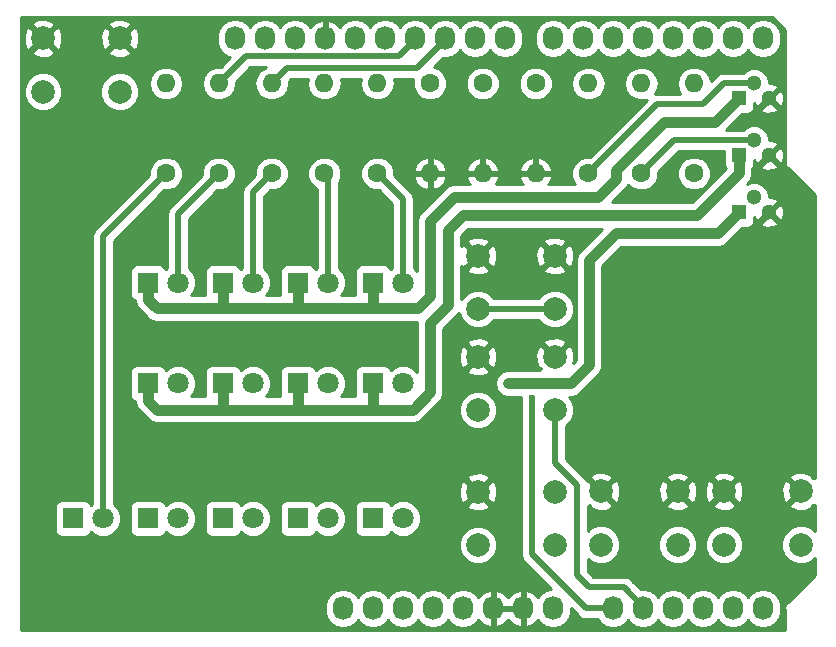
<source format=gbl>
G04 #@! TF.GenerationSoftware,KiCad,Pcbnew,(5.0.0)*
G04 #@! TF.CreationDate,2019-05-20T16:21:45+02:00*
G04 #@! TF.ProjectId,Rechner,526563686E65722E6B696361645F7063,rev?*
G04 #@! TF.SameCoordinates,Original*
G04 #@! TF.FileFunction,Copper,L2,Bot,Signal*
G04 #@! TF.FilePolarity,Positive*
%FSLAX46Y46*%
G04 Gerber Fmt 4.6, Leading zero omitted, Abs format (unit mm)*
G04 Created by KiCad (PCBNEW (5.0.0)) date 05/20/19 16:21:45*
%MOMM*%
%LPD*%
G01*
G04 APERTURE LIST*
G04 #@! TA.AperFunction,ComponentPad*
%ADD10C,2.000000*%
G04 #@! TD*
G04 #@! TA.AperFunction,ComponentPad*
%ADD11O,1.727200X2.032000*%
G04 #@! TD*
G04 #@! TA.AperFunction,ComponentPad*
%ADD12R,1.800000X1.800000*%
G04 #@! TD*
G04 #@! TA.AperFunction,ComponentPad*
%ADD13C,1.800000*%
G04 #@! TD*
G04 #@! TA.AperFunction,ComponentPad*
%ADD14R,1.300000X1.300000*%
G04 #@! TD*
G04 #@! TA.AperFunction,ComponentPad*
%ADD15C,1.300000*%
G04 #@! TD*
G04 #@! TA.AperFunction,ComponentPad*
%ADD16C,1.600000*%
G04 #@! TD*
G04 #@! TA.AperFunction,ComponentPad*
%ADD17O,1.600000X1.600000*%
G04 #@! TD*
G04 #@! TA.AperFunction,ViaPad*
%ADD18C,0.600000*%
G04 #@! TD*
G04 #@! TA.AperFunction,Conductor*
%ADD19C,0.950000*%
G04 #@! TD*
G04 #@! TA.AperFunction,Conductor*
%ADD20C,0.550000*%
G04 #@! TD*
G04 #@! TA.AperFunction,Conductor*
%ADD21C,0.254000*%
G04 #@! TD*
G04 APERTURE END LIST*
D10*
G04 #@! TO.P,SW6,1*
G04 #@! TO.N,GND*
X177696000Y-113919000D03*
G04 #@! TO.P,SW6,2*
G04 #@! TO.N,/A4(SDA)*
X177696000Y-118419000D03*
G04 #@! TO.P,SW6,1*
G04 #@! TO.N,GND*
X171196000Y-113919000D03*
G04 #@! TO.P,SW6,2*
G04 #@! TO.N,/A4(SDA)*
X171196000Y-118419000D03*
G04 #@! TD*
D11*
G04 #@! TO.P,P6,1*
G04 #@! TO.N,N/C*
X138938000Y-123825000D03*
G04 #@! TO.P,P6,2*
X141478000Y-123825000D03*
G04 #@! TO.P,P6,3*
G04 #@! TO.N,/Reset*
X144018000Y-123825000D03*
G04 #@! TO.P,P6,4*
G04 #@! TO.N,N/C*
X146558000Y-123825000D03*
G04 #@! TO.P,P6,5*
X149098000Y-123825000D03*
G04 #@! TO.P,P6,6*
G04 #@! TO.N,GND*
X151638000Y-123825000D03*
G04 #@! TO.P,P6,7*
X154178000Y-123825000D03*
G04 #@! TO.P,P6,8*
G04 #@! TO.N,N/C*
X156718000Y-123825000D03*
G04 #@! TD*
G04 #@! TO.P,P8,1*
G04 #@! TO.N,/A0*
X161798000Y-123825000D03*
G04 #@! TO.P,P8,2*
G04 #@! TO.N,/A1*
X164338000Y-123825000D03*
G04 #@! TO.P,P8,3*
G04 #@! TO.N,/A2*
X166878000Y-123825000D03*
G04 #@! TO.P,P8,4*
G04 #@! TO.N,/A3*
X169418000Y-123825000D03*
G04 #@! TO.P,P8,5*
G04 #@! TO.N,/A4(SDA)*
X171958000Y-123825000D03*
G04 #@! TO.P,P8,6*
G04 #@! TO.N,/A5(SCL)*
X174498000Y-123825000D03*
G04 #@! TD*
G04 #@! TO.P,P5,1*
G04 #@! TO.N,/A5(SCL)*
X129794000Y-75565000D03*
G04 #@! TO.P,P5,2*
G04 #@! TO.N,/A4(SDA)*
X132334000Y-75565000D03*
G04 #@! TO.P,P5,3*
G04 #@! TO.N,N/C*
X134874000Y-75565000D03*
G04 #@! TO.P,P5,4*
G04 #@! TO.N,GND*
X137414000Y-75565000D03*
G04 #@! TO.P,P5,5*
G04 #@! TO.N,N/C*
X139954000Y-75565000D03*
G04 #@! TO.P,P5,6*
G04 #@! TO.N,/12(MISO)*
X142494000Y-75565000D03*
G04 #@! TO.P,P5,7*
G04 #@! TO.N,/11(\002A\002A/MOSI)*
X145034000Y-75565000D03*
G04 #@! TO.P,P5,8*
G04 #@! TO.N,/10(\002A\002A/SS)*
X147574000Y-75565000D03*
G04 #@! TO.P,P5,9*
G04 #@! TO.N,/9(\002A\002A)*
X150114000Y-75565000D03*
G04 #@! TO.P,P5,10*
G04 #@! TO.N,/8*
X152654000Y-75565000D03*
G04 #@! TD*
G04 #@! TO.P,P7,1*
G04 #@! TO.N,/7*
X156718000Y-75565000D03*
G04 #@! TO.P,P7,2*
G04 #@! TO.N,/6(\002A\002A)*
X159258000Y-75565000D03*
G04 #@! TO.P,P7,3*
G04 #@! TO.N,/5(\002A\002A)*
X161798000Y-75565000D03*
G04 #@! TO.P,P7,4*
G04 #@! TO.N,N/C*
X164338000Y-75565000D03*
G04 #@! TO.P,P7,5*
X166878000Y-75565000D03*
G04 #@! TO.P,P7,6*
X169418000Y-75565000D03*
G04 #@! TO.P,P7,7*
X171958000Y-75565000D03*
G04 #@! TO.P,P7,8*
X174498000Y-75565000D03*
G04 #@! TD*
D12*
G04 #@! TO.P,D1,1*
G04 #@! TO.N,Net-(D1-Pad1)*
X122428000Y-96230000D03*
D13*
G04 #@! TO.P,D1,2*
G04 #@! TO.N,Net-(D1-Pad2)*
X124968000Y-96230000D03*
G04 #@! TD*
G04 #@! TO.P,D2,2*
G04 #@! TO.N,Net-(D11-Pad2)*
X131318000Y-96230000D03*
D12*
G04 #@! TO.P,D2,1*
G04 #@! TO.N,Net-(D1-Pad1)*
X128778000Y-96230000D03*
G04 #@! TD*
G04 #@! TO.P,D3,1*
G04 #@! TO.N,Net-(D1-Pad1)*
X135128000Y-96230000D03*
D13*
G04 #@! TO.P,D3,2*
G04 #@! TO.N,Net-(D12-Pad2)*
X137668000Y-96230000D03*
G04 #@! TD*
G04 #@! TO.P,D4,2*
G04 #@! TO.N,Net-(D13-Pad2)*
X144018000Y-96230000D03*
D12*
G04 #@! TO.P,D4,1*
G04 #@! TO.N,Net-(D1-Pad1)*
X141478000Y-96230000D03*
G04 #@! TD*
G04 #@! TO.P,D5,1*
G04 #@! TO.N,Net-(D5-Pad1)*
X122428000Y-104775000D03*
D13*
G04 #@! TO.P,D5,2*
G04 #@! TO.N,Net-(D1-Pad2)*
X124968000Y-104775000D03*
G04 #@! TD*
G04 #@! TO.P,D6,2*
G04 #@! TO.N,Net-(D11-Pad2)*
X131318000Y-104775000D03*
D12*
G04 #@! TO.P,D6,1*
G04 #@! TO.N,Net-(D5-Pad1)*
X128778000Y-104775000D03*
G04 #@! TD*
G04 #@! TO.P,D7,1*
G04 #@! TO.N,Net-(D5-Pad1)*
X135128000Y-104775000D03*
D13*
G04 #@! TO.P,D7,2*
G04 #@! TO.N,Net-(D12-Pad2)*
X137668000Y-104775000D03*
G04 #@! TD*
G04 #@! TO.P,D8,2*
G04 #@! TO.N,Net-(D13-Pad2)*
X144018000Y-104775000D03*
D12*
G04 #@! TO.P,D8,1*
G04 #@! TO.N,Net-(D5-Pad1)*
X141478000Y-104775000D03*
G04 #@! TD*
G04 #@! TO.P,D9,1*
G04 #@! TO.N,Net-(D10-Pad1)*
X116078000Y-116205000D03*
D13*
G04 #@! TO.P,D9,2*
G04 #@! TO.N,Net-(D9-Pad2)*
X118618000Y-116205000D03*
G04 #@! TD*
G04 #@! TO.P,D10,2*
G04 #@! TO.N,Net-(D1-Pad2)*
X124968000Y-116205000D03*
D12*
G04 #@! TO.P,D10,1*
G04 #@! TO.N,Net-(D10-Pad1)*
X122428000Y-116205000D03*
G04 #@! TD*
D13*
G04 #@! TO.P,D11,2*
G04 #@! TO.N,Net-(D11-Pad2)*
X131318000Y-116205000D03*
D12*
G04 #@! TO.P,D11,1*
G04 #@! TO.N,Net-(D10-Pad1)*
X128778000Y-116205000D03*
G04 #@! TD*
G04 #@! TO.P,D12,1*
G04 #@! TO.N,Net-(D10-Pad1)*
X135128000Y-116205000D03*
D13*
G04 #@! TO.P,D12,2*
G04 #@! TO.N,Net-(D12-Pad2)*
X137668000Y-116205000D03*
G04 #@! TD*
D12*
G04 #@! TO.P,D13,1*
G04 #@! TO.N,Net-(D10-Pad1)*
X141478000Y-116205000D03*
D13*
G04 #@! TO.P,D13,2*
G04 #@! TO.N,Net-(D13-Pad2)*
X144018000Y-116205000D03*
G04 #@! TD*
D14*
G04 #@! TO.P,Q1,1*
G04 #@! TO.N,Net-(D1-Pad1)*
X172466000Y-80645000D03*
D15*
G04 #@! TO.P,Q1,3*
G04 #@! TO.N,GND*
X175006000Y-80645000D03*
G04 #@! TO.P,Q1,2*
G04 #@! TO.N,Net-(Q1-Pad2)*
X173736000Y-79375000D03*
G04 #@! TD*
G04 #@! TO.P,Q2,2*
G04 #@! TO.N,Net-(Q2-Pad2)*
X173736000Y-84201000D03*
G04 #@! TO.P,Q2,3*
G04 #@! TO.N,GND*
X175006000Y-85471000D03*
D14*
G04 #@! TO.P,Q2,1*
G04 #@! TO.N,Net-(D5-Pad1)*
X172466000Y-85471000D03*
G04 #@! TD*
D15*
G04 #@! TO.P,Q3,2*
G04 #@! TO.N,Net-(Q3-Pad2)*
X173736000Y-89027000D03*
G04 #@! TO.P,Q3,3*
G04 #@! TO.N,GND*
X175006000Y-90297000D03*
D14*
G04 #@! TO.P,Q3,1*
G04 #@! TO.N,Net-(D10-Pad1)*
X172466000Y-90297000D03*
G04 #@! TD*
D16*
G04 #@! TO.P,R1,1*
G04 #@! TO.N,Net-(D9-Pad2)*
X123952000Y-86995000D03*
D17*
G04 #@! TO.P,R1,2*
G04 #@! TO.N,/12(MISO)*
X123952000Y-79375000D03*
G04 #@! TD*
G04 #@! TO.P,R2,2*
G04 #@! TO.N,/11(\002A\002A/MOSI)*
X128422400Y-79375000D03*
D16*
G04 #@! TO.P,R2,1*
G04 #@! TO.N,Net-(D1-Pad2)*
X128422400Y-86995000D03*
G04 #@! TD*
G04 #@! TO.P,R3,1*
G04 #@! TO.N,Net-(D11-Pad2)*
X132892800Y-86995000D03*
D17*
G04 #@! TO.P,R3,2*
G04 #@! TO.N,/10(\002A\002A/SS)*
X132892800Y-79375000D03*
G04 #@! TD*
G04 #@! TO.P,R4,2*
G04 #@! TO.N,/9(\002A\002A)*
X137363200Y-79375000D03*
D16*
G04 #@! TO.P,R4,1*
G04 #@! TO.N,Net-(D12-Pad2)*
X137363200Y-86995000D03*
G04 #@! TD*
G04 #@! TO.P,R5,1*
G04 #@! TO.N,Net-(D13-Pad2)*
X141833600Y-86995000D03*
D17*
G04 #@! TO.P,R5,2*
G04 #@! TO.N,/8*
X141833600Y-79375000D03*
G04 #@! TD*
G04 #@! TO.P,R6,2*
G04 #@! TO.N,/7*
X159715200Y-79375000D03*
D16*
G04 #@! TO.P,R6,1*
G04 #@! TO.N,Net-(Q1-Pad2)*
X159715200Y-86995000D03*
G04 #@! TD*
G04 #@! TO.P,R7,1*
G04 #@! TO.N,Net-(Q1-Pad2)*
X146304000Y-79375000D03*
D17*
G04 #@! TO.P,R7,2*
G04 #@! TO.N,GND*
X146304000Y-86995000D03*
G04 #@! TD*
D16*
G04 #@! TO.P,R8,1*
G04 #@! TO.N,Net-(Q2-Pad2)*
X164185600Y-86995000D03*
D17*
G04 #@! TO.P,R8,2*
G04 #@! TO.N,/6(\002A\002A)*
X164185600Y-79375000D03*
G04 #@! TD*
G04 #@! TO.P,R9,2*
G04 #@! TO.N,GND*
X150774400Y-86995000D03*
D16*
G04 #@! TO.P,R9,1*
G04 #@! TO.N,Net-(Q2-Pad2)*
X150774400Y-79375000D03*
G04 #@! TD*
G04 #@! TO.P,R10,1*
G04 #@! TO.N,Net-(Q3-Pad2)*
X168656000Y-86995000D03*
D17*
G04 #@! TO.P,R10,2*
G04 #@! TO.N,/5(\002A\002A)*
X168656000Y-79375000D03*
G04 #@! TD*
G04 #@! TO.P,R11,2*
G04 #@! TO.N,GND*
X155244800Y-86995000D03*
D16*
G04 #@! TO.P,R11,1*
G04 #@! TO.N,Net-(Q3-Pad2)*
X155244800Y-79375000D03*
G04 #@! TD*
D10*
G04 #@! TO.P,SW1,2*
G04 #@! TO.N,/Reset*
X113538000Y-80065000D03*
G04 #@! TO.P,SW1,1*
G04 #@! TO.N,GND*
X113538000Y-75565000D03*
G04 #@! TO.P,SW1,2*
G04 #@! TO.N,/Reset*
X120038000Y-80065000D03*
G04 #@! TO.P,SW1,1*
G04 #@! TO.N,GND*
X120038000Y-75565000D03*
G04 #@! TD*
G04 #@! TO.P,SW2,2*
G04 #@! TO.N,/A0*
X150368000Y-98480000D03*
G04 #@! TO.P,SW2,1*
G04 #@! TO.N,GND*
X150368000Y-93980000D03*
G04 #@! TO.P,SW2,2*
G04 #@! TO.N,/A0*
X156868000Y-98480000D03*
G04 #@! TO.P,SW2,1*
G04 #@! TO.N,GND*
X156868000Y-93980000D03*
G04 #@! TD*
G04 #@! TO.P,SW3,1*
G04 #@! TO.N,GND*
X156868000Y-102525000D03*
G04 #@! TO.P,SW3,2*
G04 #@! TO.N,/A1*
X156868000Y-107025000D03*
G04 #@! TO.P,SW3,1*
G04 #@! TO.N,GND*
X150368000Y-102525000D03*
G04 #@! TO.P,SW3,2*
G04 #@! TO.N,/A1*
X150368000Y-107025000D03*
G04 #@! TD*
G04 #@! TO.P,SW4,2*
G04 #@! TO.N,/A2*
X150368000Y-118455000D03*
G04 #@! TO.P,SW4,1*
G04 #@! TO.N,GND*
X150368000Y-113955000D03*
G04 #@! TO.P,SW4,2*
G04 #@! TO.N,/A2*
X156868000Y-118455000D03*
G04 #@! TO.P,SW4,1*
G04 #@! TO.N,GND*
X156868000Y-113955000D03*
G04 #@! TD*
G04 #@! TO.P,SW5,1*
G04 #@! TO.N,GND*
X167282000Y-113919000D03*
G04 #@! TO.P,SW5,2*
G04 #@! TO.N,/A3*
X167282000Y-118419000D03*
G04 #@! TO.P,SW5,1*
G04 #@! TO.N,GND*
X160782000Y-113919000D03*
G04 #@! TO.P,SW5,2*
G04 #@! TO.N,/A3*
X160782000Y-118419000D03*
G04 #@! TD*
D18*
G04 #@! TO.N,GND*
X166116000Y-88773000D03*
X174498000Y-121031000D03*
X153670000Y-93853000D03*
X165100000Y-120269000D03*
X116840000Y-77343000D03*
X119888000Y-120015000D03*
X138176000Y-120015000D03*
X129286000Y-124079000D03*
X113538000Y-124079000D03*
X128270000Y-108839000D03*
X134620000Y-108839000D03*
X140970000Y-108839000D03*
X175514000Y-82931000D03*
X177800000Y-90297000D03*
X125476000Y-75819000D03*
X132842000Y-83185000D03*
X141986000Y-82931000D03*
X154940000Y-77089000D03*
G04 #@! TO.N,/A0*
X154940000Y-106045000D03*
G04 #@! TO.N,Net-(D10-Pad1)*
X152908000Y-104775000D03*
G04 #@! TD*
D19*
G04 #@! TO.N,Net-(D1-Pad1)*
X122428000Y-97680000D02*
X123173000Y-98425000D01*
X122428000Y-96230000D02*
X122428000Y-97680000D01*
X141478000Y-96230000D02*
X141478000Y-98425000D01*
X136398000Y-98425000D02*
X141478000Y-98425000D01*
X123173000Y-98425000D02*
X128778000Y-98425000D01*
X128778000Y-96230000D02*
X128778000Y-98425000D01*
X135128000Y-96230000D02*
X135128000Y-98425000D01*
X128778000Y-98425000D02*
X135128000Y-98425000D01*
X135128000Y-98425000D02*
X136398000Y-98425000D01*
X162052000Y-87503000D02*
X162052000Y-86741000D01*
X170434000Y-82677000D02*
X172466000Y-80645000D01*
X160528000Y-89027000D02*
X162052000Y-87503000D01*
X166116000Y-82677000D02*
X170434000Y-82677000D01*
X162052000Y-86741000D02*
X166116000Y-82677000D01*
X145288000Y-98425000D02*
X146304000Y-97409000D01*
X141478000Y-98425000D02*
X145288000Y-98425000D01*
X146304000Y-91059000D02*
X148336000Y-89027000D01*
X146304000Y-97409000D02*
X146304000Y-91059000D01*
X148336000Y-89027000D02*
X160528000Y-89027000D01*
D20*
G04 #@! TO.N,Net-(D11-Pad2)*
X131318000Y-88569800D02*
X132892800Y-86995000D01*
X131318000Y-96230000D02*
X131318000Y-88569800D01*
G04 #@! TO.N,Net-(Q1-Pad2)*
X171196000Y-79375000D02*
X173736000Y-79375000D01*
X169418000Y-81153000D02*
X171196000Y-79375000D01*
X159715200Y-86995000D02*
X165557200Y-81153000D01*
X165557200Y-81153000D02*
X169418000Y-81153000D01*
G04 #@! TO.N,Net-(Q2-Pad2)*
X164185600Y-86995000D02*
X166979600Y-84201000D01*
X166979600Y-84201000D02*
X169164000Y-84201000D01*
X169164000Y-84201000D02*
X173736000Y-84201000D01*
G04 #@! TO.N,Net-(D1-Pad2)*
X128270000Y-86995000D02*
X128422400Y-86995000D01*
X124968000Y-90449400D02*
X128422400Y-86995000D01*
X124968000Y-96230000D02*
X124968000Y-90449400D01*
G04 #@! TO.N,/A0*
X150368000Y-98480000D02*
X156868000Y-98480000D01*
X154940000Y-106045000D02*
X154940000Y-119253000D01*
X159512000Y-123825000D02*
X161798000Y-123825000D01*
X154940000Y-119253000D02*
X159512000Y-123825000D01*
G04 #@! TO.N,/A1*
X156868000Y-111529000D02*
X156868000Y-107025000D01*
X159766000Y-122047000D02*
X158750000Y-121031000D01*
X158750000Y-113411000D02*
X156868000Y-111529000D01*
X164338000Y-123825000D02*
X164338000Y-123672600D01*
X164338000Y-123672600D02*
X162712400Y-122047000D01*
X162712400Y-122047000D02*
X159766000Y-122047000D01*
X158750000Y-121031000D02*
X158750000Y-113411000D01*
G04 #@! TO.N,/11(\002A\002A/MOSI)*
X145034000Y-75717400D02*
X143662400Y-77089000D01*
X145034000Y-75565000D02*
X145034000Y-75717400D01*
X130708400Y-77089000D02*
X128422400Y-79375000D01*
X143662400Y-77089000D02*
X130708400Y-77089000D01*
G04 #@! TO.N,/10(\002A\002A/SS)*
X147574000Y-75717400D02*
X145186400Y-78105000D01*
X147574000Y-75565000D02*
X147574000Y-75717400D01*
X134167801Y-78099999D02*
X133692799Y-78575001D01*
X133692799Y-78575001D02*
X132892800Y-79375000D01*
X142450602Y-78105000D02*
X142445601Y-78099999D01*
X142445601Y-78099999D02*
X134167801Y-78099999D01*
X145186400Y-78105000D02*
X142450602Y-78105000D01*
G04 #@! TO.N,Net-(D12-Pad2)*
X137668000Y-87299800D02*
X137363200Y-86995000D01*
X137668000Y-96230000D02*
X137668000Y-87299800D01*
G04 #@! TO.N,Net-(D13-Pad2)*
X144018000Y-89179400D02*
X141833600Y-86995000D01*
X144018000Y-96230000D02*
X144018000Y-89179400D01*
D19*
G04 #@! TO.N,Net-(D5-Pad1)*
X122428000Y-106225000D02*
X123190000Y-106987000D01*
X122428000Y-104775000D02*
X122428000Y-106225000D01*
X128778000Y-104775000D02*
X128778000Y-106987000D01*
X123190000Y-106987000D02*
X128778000Y-106987000D01*
X141478000Y-104775000D02*
X141478000Y-106987000D01*
X128778000Y-106987000D02*
X135128000Y-106987000D01*
X135128000Y-104775000D02*
X135128000Y-106987000D01*
X135128000Y-106987000D02*
X141478000Y-106987000D01*
X172466000Y-86995000D02*
X172466000Y-85471000D01*
X168910000Y-90551000D02*
X172466000Y-86995000D01*
X149098000Y-90551000D02*
X168910000Y-90551000D01*
X144854000Y-106987000D02*
X146304000Y-105537000D01*
X146304000Y-105537000D02*
X146304000Y-99695000D01*
X147828000Y-91821000D02*
X149098000Y-90551000D01*
X146304000Y-99695000D02*
X147828000Y-98171000D01*
X141478000Y-106987000D02*
X144854000Y-106987000D01*
X147828000Y-98171000D02*
X147828000Y-91821000D01*
G04 #@! TO.N,Net-(D10-Pad1)*
X152908000Y-104775000D02*
X158242000Y-104775000D01*
X159766000Y-103251000D02*
X159766000Y-94361000D01*
X170688000Y-92075000D02*
X172466000Y-90297000D01*
X158242000Y-104775000D02*
X159766000Y-103251000D01*
X162052000Y-92075000D02*
X170688000Y-92075000D01*
X159766000Y-94361000D02*
X162052000Y-92075000D01*
D20*
G04 #@! TO.N,Net-(D9-Pad2)*
X118618000Y-92329000D02*
X123952000Y-86995000D01*
X118618000Y-116205000D02*
X118618000Y-92329000D01*
G04 #@! TD*
D21*
G04 #@! TO.N,GND*
G36*
X176328001Y-74843092D02*
X176328000Y-85909076D01*
X176314091Y-85979000D01*
X176328000Y-86048924D01*
X176328000Y-86048925D01*
X176369195Y-86256027D01*
X176526119Y-86490880D01*
X176585402Y-86530492D01*
X178868001Y-88813092D01*
X178868000Y-112736980D01*
X178783206Y-112652186D01*
X178668926Y-112766466D01*
X178570264Y-112499613D01*
X177960539Y-112273092D01*
X177310540Y-112297144D01*
X176821736Y-112499613D01*
X176723073Y-112766468D01*
X177696000Y-113739395D01*
X177710143Y-113725253D01*
X177889748Y-113904858D01*
X177875605Y-113919000D01*
X177889748Y-113933143D01*
X177710143Y-114112748D01*
X177696000Y-114098605D01*
X176723073Y-115071532D01*
X176821736Y-115338387D01*
X177431461Y-115564908D01*
X178081460Y-115540856D01*
X178570264Y-115338387D01*
X178668926Y-115071534D01*
X178783206Y-115185814D01*
X178868000Y-115101020D01*
X178868000Y-117278761D01*
X178622153Y-117032914D01*
X178021222Y-116784000D01*
X177370778Y-116784000D01*
X176769847Y-117032914D01*
X176309914Y-117492847D01*
X176061000Y-118093778D01*
X176061000Y-118744222D01*
X176309914Y-119345153D01*
X176769847Y-119805086D01*
X177370778Y-120054000D01*
X178021222Y-120054000D01*
X178622153Y-119805086D01*
X178868000Y-119559239D01*
X178868000Y-120990909D01*
X176585402Y-123273508D01*
X176526120Y-123313119D01*
X176421339Y-123469935D01*
X176369196Y-123547972D01*
X176314091Y-123825000D01*
X176328001Y-123894929D01*
X176328000Y-125655000D01*
X111708000Y-125655000D01*
X111708000Y-123525003D01*
X137439400Y-123525003D01*
X137439400Y-124124998D01*
X137526350Y-124562125D01*
X137857570Y-125057830D01*
X138353276Y-125389050D01*
X138938000Y-125505359D01*
X139522725Y-125389050D01*
X140018430Y-125057830D01*
X140208000Y-124774119D01*
X140397570Y-125057830D01*
X140893276Y-125389050D01*
X141478000Y-125505359D01*
X142062725Y-125389050D01*
X142558430Y-125057830D01*
X142748000Y-124774119D01*
X142937570Y-125057830D01*
X143433276Y-125389050D01*
X144018000Y-125505359D01*
X144602725Y-125389050D01*
X145098430Y-125057830D01*
X145288000Y-124774119D01*
X145477570Y-125057830D01*
X145973276Y-125389050D01*
X146558000Y-125505359D01*
X147142725Y-125389050D01*
X147638430Y-125057830D01*
X147828000Y-124774119D01*
X148017570Y-125057830D01*
X148513276Y-125389050D01*
X149098000Y-125505359D01*
X149682725Y-125389050D01*
X150178430Y-125057830D01*
X150371909Y-124768267D01*
X150735964Y-125175732D01*
X151263209Y-125429709D01*
X151278974Y-125432358D01*
X151511000Y-125311217D01*
X151511000Y-123952000D01*
X151765000Y-123952000D01*
X151765000Y-125311217D01*
X151997026Y-125432358D01*
X152012791Y-125429709D01*
X152540036Y-125175732D01*
X152908000Y-124763892D01*
X153275964Y-125175732D01*
X153803209Y-125429709D01*
X153818974Y-125432358D01*
X154051000Y-125311217D01*
X154051000Y-123952000D01*
X151765000Y-123952000D01*
X151511000Y-123952000D01*
X151491000Y-123952000D01*
X151491000Y-123698000D01*
X151511000Y-123698000D01*
X151511000Y-122338783D01*
X151765000Y-122338783D01*
X151765000Y-123698000D01*
X154051000Y-123698000D01*
X154051000Y-122338783D01*
X153818974Y-122217642D01*
X153803209Y-122220291D01*
X153275964Y-122474268D01*
X152908000Y-122886108D01*
X152540036Y-122474268D01*
X152012791Y-122220291D01*
X151997026Y-122217642D01*
X151765000Y-122338783D01*
X151511000Y-122338783D01*
X151278974Y-122217642D01*
X151263209Y-122220291D01*
X150735964Y-122474268D01*
X150371910Y-122881732D01*
X150178430Y-122592170D01*
X149682724Y-122260950D01*
X149098000Y-122144641D01*
X148513275Y-122260950D01*
X148017570Y-122592170D01*
X147828000Y-122875881D01*
X147638430Y-122592170D01*
X147142724Y-122260950D01*
X146558000Y-122144641D01*
X145973275Y-122260950D01*
X145477570Y-122592170D01*
X145288000Y-122875881D01*
X145098430Y-122592170D01*
X144602724Y-122260950D01*
X144018000Y-122144641D01*
X143433275Y-122260950D01*
X142937570Y-122592170D01*
X142748000Y-122875881D01*
X142558430Y-122592170D01*
X142062724Y-122260950D01*
X141478000Y-122144641D01*
X140893275Y-122260950D01*
X140397570Y-122592170D01*
X140208000Y-122875881D01*
X140018430Y-122592170D01*
X139522724Y-122260950D01*
X138938000Y-122144641D01*
X138353275Y-122260950D01*
X137857570Y-122592170D01*
X137526350Y-123087876D01*
X137439400Y-123525003D01*
X111708000Y-123525003D01*
X111708000Y-118129778D01*
X148733000Y-118129778D01*
X148733000Y-118780222D01*
X148981914Y-119381153D01*
X149441847Y-119841086D01*
X150042778Y-120090000D01*
X150693222Y-120090000D01*
X151294153Y-119841086D01*
X151754086Y-119381153D01*
X152003000Y-118780222D01*
X152003000Y-118129778D01*
X151754086Y-117528847D01*
X151294153Y-117068914D01*
X150693222Y-116820000D01*
X150042778Y-116820000D01*
X149441847Y-117068914D01*
X148981914Y-117528847D01*
X148733000Y-118129778D01*
X111708000Y-118129778D01*
X111708000Y-115305000D01*
X114530560Y-115305000D01*
X114530560Y-117105000D01*
X114579843Y-117352765D01*
X114720191Y-117562809D01*
X114930235Y-117703157D01*
X115178000Y-117752440D01*
X116978000Y-117752440D01*
X117225765Y-117703157D01*
X117435809Y-117562809D01*
X117576157Y-117352765D01*
X117579275Y-117337092D01*
X117748493Y-117506310D01*
X118312670Y-117740000D01*
X118923330Y-117740000D01*
X119487507Y-117506310D01*
X119919310Y-117074507D01*
X120153000Y-116510330D01*
X120153000Y-115899670D01*
X119919310Y-115335493D01*
X119888817Y-115305000D01*
X120880560Y-115305000D01*
X120880560Y-117105000D01*
X120929843Y-117352765D01*
X121070191Y-117562809D01*
X121280235Y-117703157D01*
X121528000Y-117752440D01*
X123328000Y-117752440D01*
X123575765Y-117703157D01*
X123785809Y-117562809D01*
X123926157Y-117352765D01*
X123929275Y-117337092D01*
X124098493Y-117506310D01*
X124662670Y-117740000D01*
X125273330Y-117740000D01*
X125837507Y-117506310D01*
X126269310Y-117074507D01*
X126503000Y-116510330D01*
X126503000Y-115899670D01*
X126269310Y-115335493D01*
X126238817Y-115305000D01*
X127230560Y-115305000D01*
X127230560Y-117105000D01*
X127279843Y-117352765D01*
X127420191Y-117562809D01*
X127630235Y-117703157D01*
X127878000Y-117752440D01*
X129678000Y-117752440D01*
X129925765Y-117703157D01*
X130135809Y-117562809D01*
X130276157Y-117352765D01*
X130279275Y-117337092D01*
X130448493Y-117506310D01*
X131012670Y-117740000D01*
X131623330Y-117740000D01*
X132187507Y-117506310D01*
X132619310Y-117074507D01*
X132853000Y-116510330D01*
X132853000Y-115899670D01*
X132619310Y-115335493D01*
X132588817Y-115305000D01*
X133580560Y-115305000D01*
X133580560Y-117105000D01*
X133629843Y-117352765D01*
X133770191Y-117562809D01*
X133980235Y-117703157D01*
X134228000Y-117752440D01*
X136028000Y-117752440D01*
X136275765Y-117703157D01*
X136485809Y-117562809D01*
X136626157Y-117352765D01*
X136629275Y-117337092D01*
X136798493Y-117506310D01*
X137362670Y-117740000D01*
X137973330Y-117740000D01*
X138537507Y-117506310D01*
X138969310Y-117074507D01*
X139203000Y-116510330D01*
X139203000Y-115899670D01*
X138969310Y-115335493D01*
X138938817Y-115305000D01*
X139930560Y-115305000D01*
X139930560Y-117105000D01*
X139979843Y-117352765D01*
X140120191Y-117562809D01*
X140330235Y-117703157D01*
X140578000Y-117752440D01*
X142378000Y-117752440D01*
X142625765Y-117703157D01*
X142835809Y-117562809D01*
X142976157Y-117352765D01*
X142979275Y-117337092D01*
X143148493Y-117506310D01*
X143712670Y-117740000D01*
X144323330Y-117740000D01*
X144887507Y-117506310D01*
X145319310Y-117074507D01*
X145553000Y-116510330D01*
X145553000Y-115899670D01*
X145319310Y-115335493D01*
X145091349Y-115107532D01*
X149395073Y-115107532D01*
X149493736Y-115374387D01*
X150103461Y-115600908D01*
X150753460Y-115576856D01*
X151242264Y-115374387D01*
X151340927Y-115107532D01*
X150368000Y-114134605D01*
X149395073Y-115107532D01*
X145091349Y-115107532D01*
X144887507Y-114903690D01*
X144323330Y-114670000D01*
X143712670Y-114670000D01*
X143148493Y-114903690D01*
X142979275Y-115072908D01*
X142976157Y-115057235D01*
X142835809Y-114847191D01*
X142625765Y-114706843D01*
X142378000Y-114657560D01*
X140578000Y-114657560D01*
X140330235Y-114706843D01*
X140120191Y-114847191D01*
X139979843Y-115057235D01*
X139930560Y-115305000D01*
X138938817Y-115305000D01*
X138537507Y-114903690D01*
X137973330Y-114670000D01*
X137362670Y-114670000D01*
X136798493Y-114903690D01*
X136629275Y-115072908D01*
X136626157Y-115057235D01*
X136485809Y-114847191D01*
X136275765Y-114706843D01*
X136028000Y-114657560D01*
X134228000Y-114657560D01*
X133980235Y-114706843D01*
X133770191Y-114847191D01*
X133629843Y-115057235D01*
X133580560Y-115305000D01*
X132588817Y-115305000D01*
X132187507Y-114903690D01*
X131623330Y-114670000D01*
X131012670Y-114670000D01*
X130448493Y-114903690D01*
X130279275Y-115072908D01*
X130276157Y-115057235D01*
X130135809Y-114847191D01*
X129925765Y-114706843D01*
X129678000Y-114657560D01*
X127878000Y-114657560D01*
X127630235Y-114706843D01*
X127420191Y-114847191D01*
X127279843Y-115057235D01*
X127230560Y-115305000D01*
X126238817Y-115305000D01*
X125837507Y-114903690D01*
X125273330Y-114670000D01*
X124662670Y-114670000D01*
X124098493Y-114903690D01*
X123929275Y-115072908D01*
X123926157Y-115057235D01*
X123785809Y-114847191D01*
X123575765Y-114706843D01*
X123328000Y-114657560D01*
X121528000Y-114657560D01*
X121280235Y-114706843D01*
X121070191Y-114847191D01*
X120929843Y-115057235D01*
X120880560Y-115305000D01*
X119888817Y-115305000D01*
X119528000Y-114944183D01*
X119528000Y-113690461D01*
X148722092Y-113690461D01*
X148746144Y-114340460D01*
X148948613Y-114829264D01*
X149215468Y-114927927D01*
X150188395Y-113955000D01*
X150547605Y-113955000D01*
X151520532Y-114927927D01*
X151787387Y-114829264D01*
X152013908Y-114219539D01*
X151989856Y-113569540D01*
X151787387Y-113080736D01*
X151520532Y-112982073D01*
X150547605Y-113955000D01*
X150188395Y-113955000D01*
X149215468Y-112982073D01*
X148948613Y-113080736D01*
X148722092Y-113690461D01*
X119528000Y-113690461D01*
X119528000Y-112802468D01*
X149395073Y-112802468D01*
X150368000Y-113775395D01*
X151340927Y-112802468D01*
X151242264Y-112535613D01*
X150632539Y-112309092D01*
X149982540Y-112333144D01*
X149493736Y-112535613D01*
X149395073Y-112802468D01*
X119528000Y-112802468D01*
X119528000Y-95330000D01*
X120880560Y-95330000D01*
X120880560Y-97130000D01*
X120929843Y-97377765D01*
X121070191Y-97587809D01*
X121280235Y-97728157D01*
X121306889Y-97733459D01*
X121318000Y-97789319D01*
X121318000Y-97789324D01*
X121382404Y-98113100D01*
X121494140Y-98280324D01*
X121627736Y-98480265D01*
X121720415Y-98542191D01*
X122310808Y-99132585D01*
X122372735Y-99225265D01*
X122739900Y-99470597D01*
X123063676Y-99535000D01*
X123063680Y-99535000D01*
X123172999Y-99556745D01*
X123282319Y-99535000D01*
X128668676Y-99535000D01*
X128778000Y-99556746D01*
X128887324Y-99535000D01*
X135018676Y-99535000D01*
X135128000Y-99556746D01*
X135237324Y-99535000D01*
X141368676Y-99535000D01*
X141478000Y-99556746D01*
X141587324Y-99535000D01*
X145178681Y-99535000D01*
X145203114Y-99539860D01*
X145172255Y-99695000D01*
X145194001Y-99804324D01*
X145194000Y-103780183D01*
X144887507Y-103473690D01*
X144323330Y-103240000D01*
X143712670Y-103240000D01*
X143148493Y-103473690D01*
X142979275Y-103642908D01*
X142976157Y-103627235D01*
X142835809Y-103417191D01*
X142625765Y-103276843D01*
X142378000Y-103227560D01*
X140578000Y-103227560D01*
X140330235Y-103276843D01*
X140120191Y-103417191D01*
X139979843Y-103627235D01*
X139930560Y-103875000D01*
X139930560Y-105675000D01*
X139970740Y-105877000D01*
X138736817Y-105877000D01*
X138969310Y-105644507D01*
X139203000Y-105080330D01*
X139203000Y-104469670D01*
X138969310Y-103905493D01*
X138537507Y-103473690D01*
X137973330Y-103240000D01*
X137362670Y-103240000D01*
X136798493Y-103473690D01*
X136629275Y-103642908D01*
X136626157Y-103627235D01*
X136485809Y-103417191D01*
X136275765Y-103276843D01*
X136028000Y-103227560D01*
X134228000Y-103227560D01*
X133980235Y-103276843D01*
X133770191Y-103417191D01*
X133629843Y-103627235D01*
X133580560Y-103875000D01*
X133580560Y-105675000D01*
X133620740Y-105877000D01*
X132386817Y-105877000D01*
X132619310Y-105644507D01*
X132853000Y-105080330D01*
X132853000Y-104469670D01*
X132619310Y-103905493D01*
X132187507Y-103473690D01*
X131623330Y-103240000D01*
X131012670Y-103240000D01*
X130448493Y-103473690D01*
X130279275Y-103642908D01*
X130276157Y-103627235D01*
X130135809Y-103417191D01*
X129925765Y-103276843D01*
X129678000Y-103227560D01*
X127878000Y-103227560D01*
X127630235Y-103276843D01*
X127420191Y-103417191D01*
X127279843Y-103627235D01*
X127230560Y-103875000D01*
X127230560Y-105675000D01*
X127270740Y-105877000D01*
X126036817Y-105877000D01*
X126269310Y-105644507D01*
X126503000Y-105080330D01*
X126503000Y-104469670D01*
X126269310Y-103905493D01*
X125837507Y-103473690D01*
X125273330Y-103240000D01*
X124662670Y-103240000D01*
X124098493Y-103473690D01*
X123929275Y-103642908D01*
X123926157Y-103627235D01*
X123785809Y-103417191D01*
X123575765Y-103276843D01*
X123328000Y-103227560D01*
X121528000Y-103227560D01*
X121280235Y-103276843D01*
X121070191Y-103417191D01*
X120929843Y-103627235D01*
X120880560Y-103875000D01*
X120880560Y-105675000D01*
X120929843Y-105922765D01*
X121070191Y-106132809D01*
X121280235Y-106273157D01*
X121306889Y-106278459D01*
X121318000Y-106334319D01*
X121318000Y-106334324D01*
X121382404Y-106658100D01*
X121627736Y-107025265D01*
X121720415Y-107087191D01*
X122327808Y-107694585D01*
X122389735Y-107787265D01*
X122756900Y-108032597D01*
X123080676Y-108097000D01*
X123080680Y-108097000D01*
X123190000Y-108118745D01*
X123299319Y-108097000D01*
X128668676Y-108097000D01*
X128778000Y-108118746D01*
X128887324Y-108097000D01*
X135018676Y-108097000D01*
X135128000Y-108118746D01*
X135237324Y-108097000D01*
X141368676Y-108097000D01*
X141478000Y-108118746D01*
X141587324Y-108097000D01*
X144744681Y-108097000D01*
X144854000Y-108118745D01*
X144963319Y-108097000D01*
X144963324Y-108097000D01*
X145287100Y-108032597D01*
X145654265Y-107787265D01*
X145716193Y-107694583D01*
X146710998Y-106699778D01*
X148733000Y-106699778D01*
X148733000Y-107350222D01*
X148981914Y-107951153D01*
X149441847Y-108411086D01*
X150042778Y-108660000D01*
X150693222Y-108660000D01*
X151294153Y-108411086D01*
X151754086Y-107951153D01*
X152003000Y-107350222D01*
X152003000Y-106699778D01*
X151754086Y-106098847D01*
X151294153Y-105638914D01*
X150693222Y-105390000D01*
X150042778Y-105390000D01*
X149441847Y-105638914D01*
X148981914Y-106098847D01*
X148733000Y-106699778D01*
X146710998Y-106699778D01*
X147011586Y-106399191D01*
X147104265Y-106337265D01*
X147175281Y-106230983D01*
X147349596Y-105970101D01*
X147349597Y-105970100D01*
X147414000Y-105646324D01*
X147414000Y-105646320D01*
X147435745Y-105537000D01*
X147414000Y-105427680D01*
X147414000Y-103677532D01*
X149395073Y-103677532D01*
X149493736Y-103944387D01*
X150103461Y-104170908D01*
X150753460Y-104146856D01*
X151242264Y-103944387D01*
X151340927Y-103677532D01*
X150368000Y-102704605D01*
X149395073Y-103677532D01*
X147414000Y-103677532D01*
X147414000Y-102260461D01*
X148722092Y-102260461D01*
X148746144Y-102910460D01*
X148948613Y-103399264D01*
X149215468Y-103497927D01*
X150188395Y-102525000D01*
X150547605Y-102525000D01*
X151520532Y-103497927D01*
X151787387Y-103399264D01*
X152013908Y-102789539D01*
X151989856Y-102139540D01*
X151787387Y-101650736D01*
X151520532Y-101552073D01*
X150547605Y-102525000D01*
X150188395Y-102525000D01*
X149215468Y-101552073D01*
X148948613Y-101650736D01*
X148722092Y-102260461D01*
X147414000Y-102260461D01*
X147414000Y-101372468D01*
X149395073Y-101372468D01*
X150368000Y-102345395D01*
X151340927Y-101372468D01*
X155895073Y-101372468D01*
X156868000Y-102345395D01*
X157840927Y-101372468D01*
X157742264Y-101105613D01*
X157132539Y-100879092D01*
X156482540Y-100903144D01*
X155993736Y-101105613D01*
X155895073Y-101372468D01*
X151340927Y-101372468D01*
X151242264Y-101105613D01*
X150632539Y-100879092D01*
X149982540Y-100903144D01*
X149493736Y-101105613D01*
X149395073Y-101372468D01*
X147414000Y-101372468D01*
X147414000Y-100154776D01*
X148535586Y-99033191D01*
X148628265Y-98971265D01*
X148735377Y-98810961D01*
X148981914Y-99406153D01*
X149441847Y-99866086D01*
X150042778Y-100115000D01*
X150693222Y-100115000D01*
X151294153Y-99866086D01*
X151754086Y-99406153D01*
X151760777Y-99390000D01*
X155475223Y-99390000D01*
X155481914Y-99406153D01*
X155941847Y-99866086D01*
X156542778Y-100115000D01*
X157193222Y-100115000D01*
X157794153Y-99866086D01*
X158254086Y-99406153D01*
X158503000Y-98805222D01*
X158503000Y-98154778D01*
X158254086Y-97553847D01*
X157794153Y-97093914D01*
X157193222Y-96845000D01*
X156542778Y-96845000D01*
X155941847Y-97093914D01*
X155481914Y-97553847D01*
X155475223Y-97570000D01*
X151760777Y-97570000D01*
X151754086Y-97553847D01*
X151294153Y-97093914D01*
X150693222Y-96845000D01*
X150042778Y-96845000D01*
X149441847Y-97093914D01*
X148981914Y-97553847D01*
X148938000Y-97659865D01*
X148938000Y-95132532D01*
X149395073Y-95132532D01*
X149493736Y-95399387D01*
X150103461Y-95625908D01*
X150753460Y-95601856D01*
X151242264Y-95399387D01*
X151340927Y-95132532D01*
X155895073Y-95132532D01*
X155993736Y-95399387D01*
X156603461Y-95625908D01*
X157253460Y-95601856D01*
X157742264Y-95399387D01*
X157840927Y-95132532D01*
X156868000Y-94159605D01*
X155895073Y-95132532D01*
X151340927Y-95132532D01*
X150368000Y-94159605D01*
X149395073Y-95132532D01*
X148938000Y-95132532D01*
X148938000Y-94828642D01*
X148948613Y-94854264D01*
X149215468Y-94952927D01*
X150188395Y-93980000D01*
X150547605Y-93980000D01*
X151520532Y-94952927D01*
X151787387Y-94854264D01*
X152013908Y-94244539D01*
X151994331Y-93715461D01*
X155222092Y-93715461D01*
X155246144Y-94365460D01*
X155448613Y-94854264D01*
X155715468Y-94952927D01*
X156688395Y-93980000D01*
X157047605Y-93980000D01*
X158020532Y-94952927D01*
X158287387Y-94854264D01*
X158513908Y-94244539D01*
X158489856Y-93594540D01*
X158287387Y-93105736D01*
X158020532Y-93007073D01*
X157047605Y-93980000D01*
X156688395Y-93980000D01*
X155715468Y-93007073D01*
X155448613Y-93105736D01*
X155222092Y-93715461D01*
X151994331Y-93715461D01*
X151989856Y-93594540D01*
X151787387Y-93105736D01*
X151520532Y-93007073D01*
X150547605Y-93980000D01*
X150188395Y-93980000D01*
X149215468Y-93007073D01*
X148948613Y-93105736D01*
X148938000Y-93134303D01*
X148938000Y-92827468D01*
X149395073Y-92827468D01*
X150368000Y-93800395D01*
X151340927Y-92827468D01*
X155895073Y-92827468D01*
X156868000Y-93800395D01*
X157840927Y-92827468D01*
X157742264Y-92560613D01*
X157132539Y-92334092D01*
X156482540Y-92358144D01*
X155993736Y-92560613D01*
X155895073Y-92827468D01*
X151340927Y-92827468D01*
X151242264Y-92560613D01*
X150632539Y-92334092D01*
X149982540Y-92358144D01*
X149493736Y-92560613D01*
X149395073Y-92827468D01*
X148938000Y-92827468D01*
X148938000Y-92280776D01*
X149557777Y-91661000D01*
X160896223Y-91661000D01*
X159058415Y-93498809D01*
X158965736Y-93560735D01*
X158903809Y-93653415D01*
X158903808Y-93653416D01*
X158720404Y-93927900D01*
X158634255Y-94361000D01*
X158656001Y-94470324D01*
X158656000Y-102791223D01*
X158428918Y-103018305D01*
X158513908Y-102789539D01*
X158489856Y-102139540D01*
X158287387Y-101650736D01*
X158020532Y-101552073D01*
X157047605Y-102525000D01*
X157061748Y-102539143D01*
X156882143Y-102718748D01*
X156868000Y-102704605D01*
X156853858Y-102718748D01*
X156674253Y-102539143D01*
X156688395Y-102525000D01*
X155715468Y-101552073D01*
X155448613Y-101650736D01*
X155222092Y-102260461D01*
X155246144Y-102910460D01*
X155448613Y-103399264D01*
X155715466Y-103497926D01*
X155601186Y-103612206D01*
X155653980Y-103665000D01*
X152798676Y-103665000D01*
X152474900Y-103729403D01*
X152107735Y-103974735D01*
X151862403Y-104341900D01*
X151776254Y-104775000D01*
X151862403Y-105208100D01*
X152107735Y-105575265D01*
X152474900Y-105820597D01*
X152798676Y-105885000D01*
X154005000Y-105885000D01*
X154005000Y-106230983D01*
X154030000Y-106291339D01*
X154030001Y-119163373D01*
X154012173Y-119253000D01*
X154082800Y-119608063D01*
X154082801Y-119608064D01*
X154283928Y-119909073D01*
X154359908Y-119959841D01*
X156573458Y-122173392D01*
X156133275Y-122260950D01*
X155637570Y-122592170D01*
X155444091Y-122881733D01*
X155080036Y-122474268D01*
X154552791Y-122220291D01*
X154537026Y-122217642D01*
X154305000Y-122338783D01*
X154305000Y-123698000D01*
X154325000Y-123698000D01*
X154325000Y-123952000D01*
X154305000Y-123952000D01*
X154305000Y-125311217D01*
X154537026Y-125432358D01*
X154552791Y-125429709D01*
X155080036Y-125175732D01*
X155444090Y-124768268D01*
X155637570Y-125057830D01*
X156133276Y-125389050D01*
X156718000Y-125505359D01*
X157302725Y-125389050D01*
X157798430Y-125057830D01*
X158129650Y-124562124D01*
X158216600Y-124124997D01*
X158216600Y-123816535D01*
X158805161Y-124405096D01*
X158855927Y-124481073D01*
X159156936Y-124682200D01*
X159422378Y-124735000D01*
X159511999Y-124752827D01*
X159601620Y-124735000D01*
X160501862Y-124735000D01*
X160717570Y-125057830D01*
X161213276Y-125389050D01*
X161798000Y-125505359D01*
X162382725Y-125389050D01*
X162878430Y-125057830D01*
X163068000Y-124774119D01*
X163257570Y-125057830D01*
X163753276Y-125389050D01*
X164338000Y-125505359D01*
X164922725Y-125389050D01*
X165418430Y-125057830D01*
X165608000Y-124774119D01*
X165797570Y-125057830D01*
X166293276Y-125389050D01*
X166878000Y-125505359D01*
X167462725Y-125389050D01*
X167958430Y-125057830D01*
X168148000Y-124774119D01*
X168337570Y-125057830D01*
X168833276Y-125389050D01*
X169418000Y-125505359D01*
X170002725Y-125389050D01*
X170498430Y-125057830D01*
X170688000Y-124774119D01*
X170877570Y-125057830D01*
X171373276Y-125389050D01*
X171958000Y-125505359D01*
X172542725Y-125389050D01*
X173038430Y-125057830D01*
X173228000Y-124774119D01*
X173417570Y-125057830D01*
X173913276Y-125389050D01*
X174498000Y-125505359D01*
X175082725Y-125389050D01*
X175578430Y-125057830D01*
X175909650Y-124562124D01*
X175996600Y-124124997D01*
X175996600Y-123525002D01*
X175909650Y-123087875D01*
X175578430Y-122592170D01*
X175082724Y-122260950D01*
X174498000Y-122144641D01*
X173913275Y-122260950D01*
X173417570Y-122592170D01*
X173228000Y-122875881D01*
X173038430Y-122592170D01*
X172542724Y-122260950D01*
X171958000Y-122144641D01*
X171373275Y-122260950D01*
X170877570Y-122592170D01*
X170688000Y-122875881D01*
X170498430Y-122592170D01*
X170002724Y-122260950D01*
X169418000Y-122144641D01*
X168833275Y-122260950D01*
X168337570Y-122592170D01*
X168148000Y-122875881D01*
X167958430Y-122592170D01*
X167462724Y-122260950D01*
X166878000Y-122144641D01*
X166293275Y-122260950D01*
X165797570Y-122592170D01*
X165608000Y-122875881D01*
X165418430Y-122592170D01*
X164922724Y-122260950D01*
X164338000Y-122144641D01*
X164136963Y-122184630D01*
X163419243Y-121466910D01*
X163368473Y-121390927D01*
X163067464Y-121189800D01*
X162802022Y-121137000D01*
X162712400Y-121119173D01*
X162622778Y-121137000D01*
X160142934Y-121137000D01*
X159660000Y-120654067D01*
X159660000Y-119609239D01*
X159855847Y-119805086D01*
X160456778Y-120054000D01*
X161107222Y-120054000D01*
X161708153Y-119805086D01*
X162168086Y-119345153D01*
X162417000Y-118744222D01*
X162417000Y-118093778D01*
X165647000Y-118093778D01*
X165647000Y-118744222D01*
X165895914Y-119345153D01*
X166355847Y-119805086D01*
X166956778Y-120054000D01*
X167607222Y-120054000D01*
X168208153Y-119805086D01*
X168668086Y-119345153D01*
X168917000Y-118744222D01*
X168917000Y-118093778D01*
X169561000Y-118093778D01*
X169561000Y-118744222D01*
X169809914Y-119345153D01*
X170269847Y-119805086D01*
X170870778Y-120054000D01*
X171521222Y-120054000D01*
X172122153Y-119805086D01*
X172582086Y-119345153D01*
X172831000Y-118744222D01*
X172831000Y-118093778D01*
X172582086Y-117492847D01*
X172122153Y-117032914D01*
X171521222Y-116784000D01*
X170870778Y-116784000D01*
X170269847Y-117032914D01*
X169809914Y-117492847D01*
X169561000Y-118093778D01*
X168917000Y-118093778D01*
X168668086Y-117492847D01*
X168208153Y-117032914D01*
X167607222Y-116784000D01*
X166956778Y-116784000D01*
X166355847Y-117032914D01*
X165895914Y-117492847D01*
X165647000Y-118093778D01*
X162417000Y-118093778D01*
X162168086Y-117492847D01*
X161708153Y-117032914D01*
X161107222Y-116784000D01*
X160456778Y-116784000D01*
X159855847Y-117032914D01*
X159660000Y-117228761D01*
X159660000Y-115151020D01*
X159694794Y-115185814D01*
X159809074Y-115071534D01*
X159907736Y-115338387D01*
X160517461Y-115564908D01*
X161167460Y-115540856D01*
X161656264Y-115338387D01*
X161754927Y-115071532D01*
X166309073Y-115071532D01*
X166407736Y-115338387D01*
X167017461Y-115564908D01*
X167667460Y-115540856D01*
X168156264Y-115338387D01*
X168254927Y-115071532D01*
X170223073Y-115071532D01*
X170321736Y-115338387D01*
X170931461Y-115564908D01*
X171581460Y-115540856D01*
X172070264Y-115338387D01*
X172168927Y-115071532D01*
X171196000Y-114098605D01*
X170223073Y-115071532D01*
X168254927Y-115071532D01*
X167282000Y-114098605D01*
X166309073Y-115071532D01*
X161754927Y-115071532D01*
X160782000Y-114098605D01*
X160767858Y-114112748D01*
X160588253Y-113933143D01*
X160602395Y-113919000D01*
X160961605Y-113919000D01*
X161934532Y-114891927D01*
X162201387Y-114793264D01*
X162427908Y-114183539D01*
X162408331Y-113654461D01*
X165636092Y-113654461D01*
X165660144Y-114304460D01*
X165862613Y-114793264D01*
X166129468Y-114891927D01*
X167102395Y-113919000D01*
X167461605Y-113919000D01*
X168434532Y-114891927D01*
X168701387Y-114793264D01*
X168927908Y-114183539D01*
X168908331Y-113654461D01*
X169550092Y-113654461D01*
X169574144Y-114304460D01*
X169776613Y-114793264D01*
X170043468Y-114891927D01*
X171016395Y-113919000D01*
X171375605Y-113919000D01*
X172348532Y-114891927D01*
X172615387Y-114793264D01*
X172841908Y-114183539D01*
X172822331Y-113654461D01*
X176050092Y-113654461D01*
X176074144Y-114304460D01*
X176276613Y-114793264D01*
X176543468Y-114891927D01*
X177516395Y-113919000D01*
X176543468Y-112946073D01*
X176276613Y-113044736D01*
X176050092Y-113654461D01*
X172822331Y-113654461D01*
X172817856Y-113533540D01*
X172615387Y-113044736D01*
X172348532Y-112946073D01*
X171375605Y-113919000D01*
X171016395Y-113919000D01*
X170043468Y-112946073D01*
X169776613Y-113044736D01*
X169550092Y-113654461D01*
X168908331Y-113654461D01*
X168903856Y-113533540D01*
X168701387Y-113044736D01*
X168434532Y-112946073D01*
X167461605Y-113919000D01*
X167102395Y-113919000D01*
X166129468Y-112946073D01*
X165862613Y-113044736D01*
X165636092Y-113654461D01*
X162408331Y-113654461D01*
X162403856Y-113533540D01*
X162201387Y-113044736D01*
X161934532Y-112946073D01*
X160961605Y-113919000D01*
X160602395Y-113919000D01*
X159629468Y-112946073D01*
X159552746Y-112974439D01*
X159413785Y-112766468D01*
X159809073Y-112766468D01*
X160782000Y-113739395D01*
X161754927Y-112766468D01*
X166309073Y-112766468D01*
X167282000Y-113739395D01*
X168254927Y-112766468D01*
X170223073Y-112766468D01*
X171196000Y-113739395D01*
X172168927Y-112766468D01*
X172070264Y-112499613D01*
X171460539Y-112273092D01*
X170810540Y-112297144D01*
X170321736Y-112499613D01*
X170223073Y-112766468D01*
X168254927Y-112766468D01*
X168156264Y-112499613D01*
X167546539Y-112273092D01*
X166896540Y-112297144D01*
X166407736Y-112499613D01*
X166309073Y-112766468D01*
X161754927Y-112766468D01*
X161656264Y-112499613D01*
X161046539Y-112273092D01*
X160396540Y-112297144D01*
X159907736Y-112499613D01*
X159809073Y-112766468D01*
X159413785Y-112766468D01*
X159406073Y-112754927D01*
X159330093Y-112704159D01*
X157778000Y-111152067D01*
X157778000Y-108417777D01*
X157794153Y-108411086D01*
X158254086Y-107951153D01*
X158503000Y-107350222D01*
X158503000Y-106699778D01*
X158254086Y-106098847D01*
X158040239Y-105885000D01*
X158132681Y-105885000D01*
X158242000Y-105906745D01*
X158351319Y-105885000D01*
X158351324Y-105885000D01*
X158675100Y-105820597D01*
X159042265Y-105575265D01*
X159104193Y-105482583D01*
X160473586Y-104113191D01*
X160566265Y-104051265D01*
X160707428Y-103840000D01*
X160811596Y-103684102D01*
X160811596Y-103684101D01*
X160811597Y-103684100D01*
X160876000Y-103360324D01*
X160876000Y-103360321D01*
X160897745Y-103251001D01*
X160876000Y-103141681D01*
X160876000Y-94820776D01*
X162511777Y-93185000D01*
X170578681Y-93185000D01*
X170688000Y-93206745D01*
X170797319Y-93185000D01*
X170797324Y-93185000D01*
X171121100Y-93120597D01*
X171488265Y-92875265D01*
X171550193Y-92782583D01*
X172738337Y-91594440D01*
X173116000Y-91594440D01*
X173363765Y-91545157D01*
X173573809Y-91404809D01*
X173713321Y-91196016D01*
X174286590Y-91196016D01*
X174342271Y-91426611D01*
X174825078Y-91594622D01*
X175335428Y-91565083D01*
X175669729Y-91426611D01*
X175725410Y-91196016D01*
X175006000Y-90476605D01*
X174286590Y-91196016D01*
X173713321Y-91196016D01*
X173714157Y-91194765D01*
X173763440Y-90947000D01*
X173763440Y-90688046D01*
X173876389Y-90960729D01*
X174106984Y-91016410D01*
X174826395Y-90297000D01*
X175185605Y-90297000D01*
X175905016Y-91016410D01*
X176135611Y-90960729D01*
X176303622Y-90477922D01*
X176274083Y-89967572D01*
X176135611Y-89633271D01*
X175905016Y-89577590D01*
X175185605Y-90297000D01*
X174826395Y-90297000D01*
X174812253Y-90282858D01*
X174991858Y-90103253D01*
X175006000Y-90117395D01*
X175725410Y-89397984D01*
X175669729Y-89167389D01*
X175186922Y-88999378D01*
X175021000Y-89008982D01*
X175021000Y-88771398D01*
X174825371Y-88299106D01*
X174463894Y-87937629D01*
X173991602Y-87742000D01*
X173480398Y-87742000D01*
X173153281Y-87877496D01*
X173173586Y-87857191D01*
X173266265Y-87795265D01*
X173511597Y-87428100D01*
X173576000Y-87104324D01*
X173576000Y-87104321D01*
X173597745Y-86995001D01*
X173576000Y-86885681D01*
X173576000Y-86575530D01*
X173713321Y-86370016D01*
X174286590Y-86370016D01*
X174342271Y-86600611D01*
X174825078Y-86768622D01*
X175335428Y-86739083D01*
X175669729Y-86600611D01*
X175725410Y-86370016D01*
X175006000Y-85650605D01*
X174286590Y-86370016D01*
X173713321Y-86370016D01*
X173714157Y-86368765D01*
X173763440Y-86121000D01*
X173763440Y-85862046D01*
X173876389Y-86134729D01*
X174106984Y-86190410D01*
X174826395Y-85471000D01*
X175185605Y-85471000D01*
X175905016Y-86190410D01*
X176135611Y-86134729D01*
X176303622Y-85651922D01*
X176274083Y-85141572D01*
X176135611Y-84807271D01*
X175905016Y-84751590D01*
X175185605Y-85471000D01*
X174826395Y-85471000D01*
X174812253Y-85456858D01*
X174991858Y-85277253D01*
X175006000Y-85291395D01*
X175725410Y-84571984D01*
X175669729Y-84341389D01*
X175186922Y-84173378D01*
X175021000Y-84182982D01*
X175021000Y-83945398D01*
X174825371Y-83473106D01*
X174463894Y-83111629D01*
X173991602Y-82916000D01*
X173480398Y-82916000D01*
X173008106Y-83111629D01*
X172828735Y-83291000D01*
X171389776Y-83291000D01*
X172738337Y-81942440D01*
X173116000Y-81942440D01*
X173363765Y-81893157D01*
X173573809Y-81752809D01*
X173713321Y-81544016D01*
X174286590Y-81544016D01*
X174342271Y-81774611D01*
X174825078Y-81942622D01*
X175335428Y-81913083D01*
X175669729Y-81774611D01*
X175725410Y-81544016D01*
X175006000Y-80824605D01*
X174286590Y-81544016D01*
X173713321Y-81544016D01*
X173714157Y-81542765D01*
X173763440Y-81295000D01*
X173763440Y-81036046D01*
X173876389Y-81308729D01*
X174106984Y-81364410D01*
X174826395Y-80645000D01*
X175185605Y-80645000D01*
X175905016Y-81364410D01*
X176135611Y-81308729D01*
X176303622Y-80825922D01*
X176274083Y-80315572D01*
X176135611Y-79981271D01*
X175905016Y-79925590D01*
X175185605Y-80645000D01*
X174826395Y-80645000D01*
X174812253Y-80630858D01*
X174991858Y-80451253D01*
X175006000Y-80465395D01*
X175725410Y-79745984D01*
X175669729Y-79515389D01*
X175186922Y-79347378D01*
X175021000Y-79356982D01*
X175021000Y-79119398D01*
X174825371Y-78647106D01*
X174463894Y-78285629D01*
X173991602Y-78090000D01*
X173480398Y-78090000D01*
X173008106Y-78285629D01*
X172828735Y-78465000D01*
X171285622Y-78465000D01*
X171196000Y-78447173D01*
X171106378Y-78465000D01*
X170840936Y-78517800D01*
X170539927Y-78718927D01*
X170489160Y-78794906D01*
X170084264Y-79199802D01*
X170007740Y-78815091D01*
X169690577Y-78340423D01*
X169215909Y-78023260D01*
X168797333Y-77940000D01*
X168514667Y-77940000D01*
X168096091Y-78023260D01*
X167621423Y-78340423D01*
X167304260Y-78815091D01*
X167192887Y-79375000D01*
X167304260Y-79934909D01*
X167510120Y-80243000D01*
X165646822Y-80243000D01*
X165557200Y-80225173D01*
X165467578Y-80243000D01*
X165310619Y-80274221D01*
X165537340Y-79934909D01*
X165648713Y-79375000D01*
X165537340Y-78815091D01*
X165220177Y-78340423D01*
X164745509Y-78023260D01*
X164326933Y-77940000D01*
X164044267Y-77940000D01*
X163625691Y-78023260D01*
X163151023Y-78340423D01*
X162833860Y-78815091D01*
X162722487Y-79375000D01*
X162833860Y-79934909D01*
X163151023Y-80409577D01*
X163625691Y-80726740D01*
X164044267Y-80810000D01*
X164326933Y-80810000D01*
X164684363Y-80738903D01*
X159863267Y-85560000D01*
X159429761Y-85560000D01*
X158902338Y-85778466D01*
X158498666Y-86182138D01*
X158280200Y-86709561D01*
X158280200Y-87280439D01*
X158498666Y-87807862D01*
X158607804Y-87917000D01*
X156323375Y-87917000D01*
X156397189Y-87850134D01*
X156636714Y-87344041D01*
X156515429Y-87122000D01*
X155371800Y-87122000D01*
X155371800Y-87142000D01*
X155117800Y-87142000D01*
X155117800Y-87122000D01*
X153974171Y-87122000D01*
X153852886Y-87344041D01*
X154092411Y-87850134D01*
X154166225Y-87917000D01*
X151852975Y-87917000D01*
X151926789Y-87850134D01*
X152166314Y-87344041D01*
X152045029Y-87122000D01*
X150901400Y-87122000D01*
X150901400Y-87142000D01*
X150647400Y-87142000D01*
X150647400Y-87122000D01*
X149503771Y-87122000D01*
X149382486Y-87344041D01*
X149622011Y-87850134D01*
X149695825Y-87917000D01*
X148445319Y-87917000D01*
X148336000Y-87895255D01*
X148226680Y-87917000D01*
X148226676Y-87917000D01*
X147902900Y-87981403D01*
X147535735Y-88226735D01*
X147473808Y-88319415D01*
X145596415Y-90196809D01*
X145503736Y-90258735D01*
X145441809Y-90351415D01*
X145441808Y-90351416D01*
X145258404Y-90625900D01*
X145172255Y-91059000D01*
X145194001Y-91168324D01*
X145194000Y-95235183D01*
X144928000Y-94969183D01*
X144928000Y-89269021D01*
X144945827Y-89179399D01*
X144875200Y-88824336D01*
X144839828Y-88771398D01*
X144674073Y-88523327D01*
X144598093Y-88472559D01*
X143469575Y-87344041D01*
X144912086Y-87344041D01*
X145151611Y-87850134D01*
X145566577Y-88226041D01*
X145954961Y-88386904D01*
X146177000Y-88264915D01*
X146177000Y-87122000D01*
X146431000Y-87122000D01*
X146431000Y-88264915D01*
X146653039Y-88386904D01*
X147041423Y-88226041D01*
X147456389Y-87850134D01*
X147695914Y-87344041D01*
X147574629Y-87122000D01*
X146431000Y-87122000D01*
X146177000Y-87122000D01*
X145033371Y-87122000D01*
X144912086Y-87344041D01*
X143469575Y-87344041D01*
X143268600Y-87143067D01*
X143268600Y-86709561D01*
X143242256Y-86645959D01*
X144912086Y-86645959D01*
X145033371Y-86868000D01*
X146177000Y-86868000D01*
X146177000Y-85725085D01*
X146431000Y-85725085D01*
X146431000Y-86868000D01*
X147574629Y-86868000D01*
X147695914Y-86645959D01*
X149382486Y-86645959D01*
X149503771Y-86868000D01*
X150647400Y-86868000D01*
X150647400Y-85725085D01*
X150901400Y-85725085D01*
X150901400Y-86868000D01*
X152045029Y-86868000D01*
X152166314Y-86645959D01*
X153852886Y-86645959D01*
X153974171Y-86868000D01*
X155117800Y-86868000D01*
X155117800Y-85725085D01*
X155371800Y-85725085D01*
X155371800Y-86868000D01*
X156515429Y-86868000D01*
X156636714Y-86645959D01*
X156397189Y-86139866D01*
X155982223Y-85763959D01*
X155593839Y-85603096D01*
X155371800Y-85725085D01*
X155117800Y-85725085D01*
X154895761Y-85603096D01*
X154507377Y-85763959D01*
X154092411Y-86139866D01*
X153852886Y-86645959D01*
X152166314Y-86645959D01*
X151926789Y-86139866D01*
X151511823Y-85763959D01*
X151123439Y-85603096D01*
X150901400Y-85725085D01*
X150647400Y-85725085D01*
X150425361Y-85603096D01*
X150036977Y-85763959D01*
X149622011Y-86139866D01*
X149382486Y-86645959D01*
X147695914Y-86645959D01*
X147456389Y-86139866D01*
X147041423Y-85763959D01*
X146653039Y-85603096D01*
X146431000Y-85725085D01*
X146177000Y-85725085D01*
X145954961Y-85603096D01*
X145566577Y-85763959D01*
X145151611Y-86139866D01*
X144912086Y-86645959D01*
X143242256Y-86645959D01*
X143050134Y-86182138D01*
X142646462Y-85778466D01*
X142119039Y-85560000D01*
X141548161Y-85560000D01*
X141020738Y-85778466D01*
X140617066Y-86182138D01*
X140398600Y-86709561D01*
X140398600Y-87280439D01*
X140617066Y-87807862D01*
X141020738Y-88211534D01*
X141548161Y-88430000D01*
X141981667Y-88430000D01*
X143108001Y-89556335D01*
X143108000Y-94969183D01*
X142979275Y-95097908D01*
X142976157Y-95082235D01*
X142835809Y-94872191D01*
X142625765Y-94731843D01*
X142378000Y-94682560D01*
X140578000Y-94682560D01*
X140330235Y-94731843D01*
X140120191Y-94872191D01*
X139979843Y-95082235D01*
X139930560Y-95330000D01*
X139930560Y-97130000D01*
X139967358Y-97315000D01*
X138753817Y-97315000D01*
X138969310Y-97099507D01*
X139203000Y-96535330D01*
X139203000Y-95924670D01*
X138969310Y-95360493D01*
X138578000Y-94969183D01*
X138578000Y-87809596D01*
X138579734Y-87807862D01*
X138798200Y-87280439D01*
X138798200Y-86709561D01*
X138579734Y-86182138D01*
X138176062Y-85778466D01*
X137648639Y-85560000D01*
X137077761Y-85560000D01*
X136550338Y-85778466D01*
X136146666Y-86182138D01*
X135928200Y-86709561D01*
X135928200Y-87280439D01*
X136146666Y-87807862D01*
X136550338Y-88211534D01*
X136758001Y-88297551D01*
X136758000Y-94969183D01*
X136629275Y-95097908D01*
X136626157Y-95082235D01*
X136485809Y-94872191D01*
X136275765Y-94731843D01*
X136028000Y-94682560D01*
X134228000Y-94682560D01*
X133980235Y-94731843D01*
X133770191Y-94872191D01*
X133629843Y-95082235D01*
X133580560Y-95330000D01*
X133580560Y-97130000D01*
X133617358Y-97315000D01*
X132403817Y-97315000D01*
X132619310Y-97099507D01*
X132853000Y-96535330D01*
X132853000Y-95924670D01*
X132619310Y-95360493D01*
X132228000Y-94969183D01*
X132228000Y-88946733D01*
X132744733Y-88430000D01*
X133178239Y-88430000D01*
X133705662Y-88211534D01*
X134109334Y-87807862D01*
X134327800Y-87280439D01*
X134327800Y-86709561D01*
X134109334Y-86182138D01*
X133705662Y-85778466D01*
X133178239Y-85560000D01*
X132607361Y-85560000D01*
X132079938Y-85778466D01*
X131676266Y-86182138D01*
X131457800Y-86709561D01*
X131457800Y-87143067D01*
X130737908Y-87862959D01*
X130661928Y-87913727D01*
X130599526Y-88007119D01*
X130460800Y-88214737D01*
X130390173Y-88569800D01*
X130408001Y-88659427D01*
X130408000Y-94969183D01*
X130279275Y-95097908D01*
X130276157Y-95082235D01*
X130135809Y-94872191D01*
X129925765Y-94731843D01*
X129678000Y-94682560D01*
X127878000Y-94682560D01*
X127630235Y-94731843D01*
X127420191Y-94872191D01*
X127279843Y-95082235D01*
X127230560Y-95330000D01*
X127230560Y-97130000D01*
X127267358Y-97315000D01*
X126053817Y-97315000D01*
X126269310Y-97099507D01*
X126503000Y-96535330D01*
X126503000Y-95924670D01*
X126269310Y-95360493D01*
X125878000Y-94969183D01*
X125878000Y-90826333D01*
X128274335Y-88430000D01*
X128707839Y-88430000D01*
X129235262Y-88211534D01*
X129638934Y-87807862D01*
X129857400Y-87280439D01*
X129857400Y-86709561D01*
X129638934Y-86182138D01*
X129235262Y-85778466D01*
X128707839Y-85560000D01*
X128136961Y-85560000D01*
X127609538Y-85778466D01*
X127205866Y-86182138D01*
X126987400Y-86709561D01*
X126987400Y-87143065D01*
X124387908Y-89742559D01*
X124311928Y-89793327D01*
X124222441Y-89927254D01*
X124110800Y-90094337D01*
X124040173Y-90449400D01*
X124058001Y-90539027D01*
X124058000Y-94969183D01*
X123929275Y-95097908D01*
X123926157Y-95082235D01*
X123785809Y-94872191D01*
X123575765Y-94731843D01*
X123328000Y-94682560D01*
X121528000Y-94682560D01*
X121280235Y-94731843D01*
X121070191Y-94872191D01*
X120929843Y-95082235D01*
X120880560Y-95330000D01*
X119528000Y-95330000D01*
X119528000Y-92705933D01*
X123803934Y-88430000D01*
X124237439Y-88430000D01*
X124764862Y-88211534D01*
X125168534Y-87807862D01*
X125387000Y-87280439D01*
X125387000Y-86709561D01*
X125168534Y-86182138D01*
X124764862Y-85778466D01*
X124237439Y-85560000D01*
X123666561Y-85560000D01*
X123139138Y-85778466D01*
X122735466Y-86182138D01*
X122517000Y-86709561D01*
X122517000Y-87143066D01*
X118037908Y-91622159D01*
X117961928Y-91672927D01*
X117911161Y-91748906D01*
X117760800Y-91973937D01*
X117690173Y-92329000D01*
X117708001Y-92418627D01*
X117708000Y-114944183D01*
X117579275Y-115072908D01*
X117576157Y-115057235D01*
X117435809Y-114847191D01*
X117225765Y-114706843D01*
X116978000Y-114657560D01*
X115178000Y-114657560D01*
X114930235Y-114706843D01*
X114720191Y-114847191D01*
X114579843Y-115057235D01*
X114530560Y-115305000D01*
X111708000Y-115305000D01*
X111708000Y-79739778D01*
X111903000Y-79739778D01*
X111903000Y-80390222D01*
X112151914Y-80991153D01*
X112611847Y-81451086D01*
X113212778Y-81700000D01*
X113863222Y-81700000D01*
X114464153Y-81451086D01*
X114924086Y-80991153D01*
X115173000Y-80390222D01*
X115173000Y-79739778D01*
X118403000Y-79739778D01*
X118403000Y-80390222D01*
X118651914Y-80991153D01*
X119111847Y-81451086D01*
X119712778Y-81700000D01*
X120363222Y-81700000D01*
X120964153Y-81451086D01*
X121424086Y-80991153D01*
X121673000Y-80390222D01*
X121673000Y-79739778D01*
X121521904Y-79375000D01*
X122488887Y-79375000D01*
X122600260Y-79934909D01*
X122917423Y-80409577D01*
X123392091Y-80726740D01*
X123810667Y-80810000D01*
X124093333Y-80810000D01*
X124511909Y-80726740D01*
X124986577Y-80409577D01*
X125303740Y-79934909D01*
X125415113Y-79375000D01*
X126959287Y-79375000D01*
X127070660Y-79934909D01*
X127387823Y-80409577D01*
X127862491Y-80726740D01*
X128281067Y-80810000D01*
X128563733Y-80810000D01*
X128982309Y-80726740D01*
X129456977Y-80409577D01*
X129774140Y-79934909D01*
X129885513Y-79375000D01*
X129856283Y-79228050D01*
X131085334Y-77999000D01*
X132454854Y-77999000D01*
X132332891Y-78023260D01*
X131858223Y-78340423D01*
X131541060Y-78815091D01*
X131429687Y-79375000D01*
X131541060Y-79934909D01*
X131858223Y-80409577D01*
X132332891Y-80726740D01*
X132751467Y-80810000D01*
X133034133Y-80810000D01*
X133452709Y-80726740D01*
X133927377Y-80409577D01*
X134244540Y-79934909D01*
X134355913Y-79375000D01*
X134326683Y-79228052D01*
X134399638Y-79155097D01*
X134399642Y-79155092D01*
X134544734Y-79009999D01*
X135972690Y-79009999D01*
X135900087Y-79375000D01*
X136011460Y-79934909D01*
X136328623Y-80409577D01*
X136803291Y-80726740D01*
X137221867Y-80810000D01*
X137504533Y-80810000D01*
X137923109Y-80726740D01*
X138397777Y-80409577D01*
X138714940Y-79934909D01*
X138826313Y-79375000D01*
X138753710Y-79009999D01*
X140443090Y-79009999D01*
X140370487Y-79375000D01*
X140481860Y-79934909D01*
X140799023Y-80409577D01*
X141273691Y-80726740D01*
X141692267Y-80810000D01*
X141974933Y-80810000D01*
X142393509Y-80726740D01*
X142868177Y-80409577D01*
X143185340Y-79934909D01*
X143296713Y-79375000D01*
X143225104Y-79015000D01*
X144899884Y-79015000D01*
X144869000Y-79089561D01*
X144869000Y-79660439D01*
X145087466Y-80187862D01*
X145491138Y-80591534D01*
X146018561Y-80810000D01*
X146589439Y-80810000D01*
X147116862Y-80591534D01*
X147520534Y-80187862D01*
X147739000Y-79660439D01*
X147739000Y-79089561D01*
X149339400Y-79089561D01*
X149339400Y-79660439D01*
X149557866Y-80187862D01*
X149961538Y-80591534D01*
X150488961Y-80810000D01*
X151059839Y-80810000D01*
X151587262Y-80591534D01*
X151990934Y-80187862D01*
X152209400Y-79660439D01*
X152209400Y-79089561D01*
X153809800Y-79089561D01*
X153809800Y-79660439D01*
X154028266Y-80187862D01*
X154431938Y-80591534D01*
X154959361Y-80810000D01*
X155530239Y-80810000D01*
X156057662Y-80591534D01*
X156461334Y-80187862D01*
X156679800Y-79660439D01*
X156679800Y-79375000D01*
X158252087Y-79375000D01*
X158363460Y-79934909D01*
X158680623Y-80409577D01*
X159155291Y-80726740D01*
X159573867Y-80810000D01*
X159856533Y-80810000D01*
X160275109Y-80726740D01*
X160749777Y-80409577D01*
X161066940Y-79934909D01*
X161178313Y-79375000D01*
X161066940Y-78815091D01*
X160749777Y-78340423D01*
X160275109Y-78023260D01*
X159856533Y-77940000D01*
X159573867Y-77940000D01*
X159155291Y-78023260D01*
X158680623Y-78340423D01*
X158363460Y-78815091D01*
X158252087Y-79375000D01*
X156679800Y-79375000D01*
X156679800Y-79089561D01*
X156461334Y-78562138D01*
X156057662Y-78158466D01*
X155530239Y-77940000D01*
X154959361Y-77940000D01*
X154431938Y-78158466D01*
X154028266Y-78562138D01*
X153809800Y-79089561D01*
X152209400Y-79089561D01*
X151990934Y-78562138D01*
X151587262Y-78158466D01*
X151059839Y-77940000D01*
X150488961Y-77940000D01*
X149961538Y-78158466D01*
X149557866Y-78562138D01*
X149339400Y-79089561D01*
X147739000Y-79089561D01*
X147520534Y-78562138D01*
X147116862Y-78158466D01*
X146624013Y-77954321D01*
X147372964Y-77205370D01*
X147574000Y-77245359D01*
X148158725Y-77129050D01*
X148654430Y-76797830D01*
X148844000Y-76514119D01*
X149033570Y-76797830D01*
X149529276Y-77129050D01*
X150114000Y-77245359D01*
X150698725Y-77129050D01*
X151194430Y-76797830D01*
X151384000Y-76514119D01*
X151573570Y-76797830D01*
X152069276Y-77129050D01*
X152654000Y-77245359D01*
X153238725Y-77129050D01*
X153734430Y-76797830D01*
X154065650Y-76302124D01*
X154152600Y-75864997D01*
X154152600Y-75265003D01*
X155219400Y-75265003D01*
X155219400Y-75864998D01*
X155306350Y-76302125D01*
X155637570Y-76797830D01*
X156133276Y-77129050D01*
X156718000Y-77245359D01*
X157302725Y-77129050D01*
X157798430Y-76797830D01*
X157988000Y-76514119D01*
X158177570Y-76797830D01*
X158673276Y-77129050D01*
X159258000Y-77245359D01*
X159842725Y-77129050D01*
X160338430Y-76797830D01*
X160528000Y-76514119D01*
X160717570Y-76797830D01*
X161213276Y-77129050D01*
X161798000Y-77245359D01*
X162382725Y-77129050D01*
X162878430Y-76797830D01*
X163068000Y-76514119D01*
X163257570Y-76797830D01*
X163753276Y-77129050D01*
X164338000Y-77245359D01*
X164922725Y-77129050D01*
X165418430Y-76797830D01*
X165608000Y-76514119D01*
X165797570Y-76797830D01*
X166293276Y-77129050D01*
X166878000Y-77245359D01*
X167462725Y-77129050D01*
X167958430Y-76797830D01*
X168148000Y-76514119D01*
X168337570Y-76797830D01*
X168833276Y-77129050D01*
X169418000Y-77245359D01*
X170002725Y-77129050D01*
X170498430Y-76797830D01*
X170688000Y-76514119D01*
X170877570Y-76797830D01*
X171373276Y-77129050D01*
X171958000Y-77245359D01*
X172542725Y-77129050D01*
X173038430Y-76797830D01*
X173228000Y-76514119D01*
X173417570Y-76797830D01*
X173913276Y-77129050D01*
X174498000Y-77245359D01*
X175082725Y-77129050D01*
X175578430Y-76797830D01*
X175909650Y-76302124D01*
X175996600Y-75864997D01*
X175996600Y-75265002D01*
X175909650Y-74827875D01*
X175578430Y-74332170D01*
X175082724Y-74000950D01*
X174498000Y-73884641D01*
X173913275Y-74000950D01*
X173417570Y-74332170D01*
X173228000Y-74615881D01*
X173038430Y-74332170D01*
X172542724Y-74000950D01*
X171958000Y-73884641D01*
X171373275Y-74000950D01*
X170877570Y-74332170D01*
X170688000Y-74615881D01*
X170498430Y-74332170D01*
X170002724Y-74000950D01*
X169418000Y-73884641D01*
X168833275Y-74000950D01*
X168337570Y-74332170D01*
X168148000Y-74615881D01*
X167958430Y-74332170D01*
X167462724Y-74000950D01*
X166878000Y-73884641D01*
X166293275Y-74000950D01*
X165797570Y-74332170D01*
X165608000Y-74615881D01*
X165418430Y-74332170D01*
X164922724Y-74000950D01*
X164338000Y-73884641D01*
X163753275Y-74000950D01*
X163257570Y-74332170D01*
X163068000Y-74615881D01*
X162878430Y-74332170D01*
X162382724Y-74000950D01*
X161798000Y-73884641D01*
X161213275Y-74000950D01*
X160717570Y-74332170D01*
X160528000Y-74615881D01*
X160338430Y-74332170D01*
X159842724Y-74000950D01*
X159258000Y-73884641D01*
X158673275Y-74000950D01*
X158177570Y-74332170D01*
X157988000Y-74615881D01*
X157798430Y-74332170D01*
X157302724Y-74000950D01*
X156718000Y-73884641D01*
X156133275Y-74000950D01*
X155637570Y-74332170D01*
X155306350Y-74827876D01*
X155219400Y-75265003D01*
X154152600Y-75265003D01*
X154152600Y-75265002D01*
X154065650Y-74827875D01*
X153734430Y-74332170D01*
X153238724Y-74000950D01*
X152654000Y-73884641D01*
X152069275Y-74000950D01*
X151573570Y-74332170D01*
X151384000Y-74615881D01*
X151194430Y-74332170D01*
X150698724Y-74000950D01*
X150114000Y-73884641D01*
X149529275Y-74000950D01*
X149033570Y-74332170D01*
X148844000Y-74615881D01*
X148654430Y-74332170D01*
X148158724Y-74000950D01*
X147574000Y-73884641D01*
X146989275Y-74000950D01*
X146493570Y-74332170D01*
X146304000Y-74615881D01*
X146114430Y-74332170D01*
X145618724Y-74000950D01*
X145034000Y-73884641D01*
X144449275Y-74000950D01*
X143953570Y-74332170D01*
X143764000Y-74615881D01*
X143574430Y-74332170D01*
X143078724Y-74000950D01*
X142494000Y-73884641D01*
X141909275Y-74000950D01*
X141413570Y-74332170D01*
X141224000Y-74615881D01*
X141034430Y-74332170D01*
X140538724Y-74000950D01*
X139954000Y-73884641D01*
X139369275Y-74000950D01*
X138873570Y-74332170D01*
X138680091Y-74621733D01*
X138316036Y-74214268D01*
X137788791Y-73960291D01*
X137773026Y-73957642D01*
X137541000Y-74078783D01*
X137541000Y-75438000D01*
X137561000Y-75438000D01*
X137561000Y-75692000D01*
X137541000Y-75692000D01*
X137541000Y-75712000D01*
X137287000Y-75712000D01*
X137287000Y-75692000D01*
X137267000Y-75692000D01*
X137267000Y-75438000D01*
X137287000Y-75438000D01*
X137287000Y-74078783D01*
X137054974Y-73957642D01*
X137039209Y-73960291D01*
X136511964Y-74214268D01*
X136147910Y-74621732D01*
X135954430Y-74332170D01*
X135458724Y-74000950D01*
X134874000Y-73884641D01*
X134289275Y-74000950D01*
X133793570Y-74332170D01*
X133604000Y-74615881D01*
X133414430Y-74332170D01*
X132918724Y-74000950D01*
X132334000Y-73884641D01*
X131749275Y-74000950D01*
X131253570Y-74332170D01*
X131064000Y-74615881D01*
X130874430Y-74332170D01*
X130378724Y-74000950D01*
X129794000Y-73884641D01*
X129209275Y-74000950D01*
X128713570Y-74332170D01*
X128382350Y-74827876D01*
X128295400Y-75265003D01*
X128295400Y-75864998D01*
X128382350Y-76302125D01*
X128713570Y-76797830D01*
X129209276Y-77129050D01*
X129352856Y-77157610D01*
X128569349Y-77941117D01*
X128563733Y-77940000D01*
X128281067Y-77940000D01*
X127862491Y-78023260D01*
X127387823Y-78340423D01*
X127070660Y-78815091D01*
X126959287Y-79375000D01*
X125415113Y-79375000D01*
X125303740Y-78815091D01*
X124986577Y-78340423D01*
X124511909Y-78023260D01*
X124093333Y-77940000D01*
X123810667Y-77940000D01*
X123392091Y-78023260D01*
X122917423Y-78340423D01*
X122600260Y-78815091D01*
X122488887Y-79375000D01*
X121521904Y-79375000D01*
X121424086Y-79138847D01*
X120964153Y-78678914D01*
X120363222Y-78430000D01*
X119712778Y-78430000D01*
X119111847Y-78678914D01*
X118651914Y-79138847D01*
X118403000Y-79739778D01*
X115173000Y-79739778D01*
X114924086Y-79138847D01*
X114464153Y-78678914D01*
X113863222Y-78430000D01*
X113212778Y-78430000D01*
X112611847Y-78678914D01*
X112151914Y-79138847D01*
X111903000Y-79739778D01*
X111708000Y-79739778D01*
X111708000Y-76717532D01*
X112565073Y-76717532D01*
X112663736Y-76984387D01*
X113273461Y-77210908D01*
X113923460Y-77186856D01*
X114412264Y-76984387D01*
X114510927Y-76717532D01*
X119065073Y-76717532D01*
X119163736Y-76984387D01*
X119773461Y-77210908D01*
X120423460Y-77186856D01*
X120912264Y-76984387D01*
X121010927Y-76717532D01*
X120038000Y-75744605D01*
X119065073Y-76717532D01*
X114510927Y-76717532D01*
X113538000Y-75744605D01*
X112565073Y-76717532D01*
X111708000Y-76717532D01*
X111708000Y-75300461D01*
X111892092Y-75300461D01*
X111916144Y-75950460D01*
X112118613Y-76439264D01*
X112385468Y-76537927D01*
X113358395Y-75565000D01*
X113717605Y-75565000D01*
X114690532Y-76537927D01*
X114957387Y-76439264D01*
X115183908Y-75829539D01*
X115164331Y-75300461D01*
X118392092Y-75300461D01*
X118416144Y-75950460D01*
X118618613Y-76439264D01*
X118885468Y-76537927D01*
X119858395Y-75565000D01*
X120217605Y-75565000D01*
X121190532Y-76537927D01*
X121457387Y-76439264D01*
X121683908Y-75829539D01*
X121659856Y-75179540D01*
X121457387Y-74690736D01*
X121190532Y-74592073D01*
X120217605Y-75565000D01*
X119858395Y-75565000D01*
X118885468Y-74592073D01*
X118618613Y-74690736D01*
X118392092Y-75300461D01*
X115164331Y-75300461D01*
X115159856Y-75179540D01*
X114957387Y-74690736D01*
X114690532Y-74592073D01*
X113717605Y-75565000D01*
X113358395Y-75565000D01*
X112385468Y-74592073D01*
X112118613Y-74690736D01*
X111892092Y-75300461D01*
X111708000Y-75300461D01*
X111708000Y-74412468D01*
X112565073Y-74412468D01*
X113538000Y-75385395D01*
X114510927Y-74412468D01*
X119065073Y-74412468D01*
X120038000Y-75385395D01*
X121010927Y-74412468D01*
X120912264Y-74145613D01*
X120302539Y-73919092D01*
X119652540Y-73943144D01*
X119163736Y-74145613D01*
X119065073Y-74412468D01*
X114510927Y-74412468D01*
X114412264Y-74145613D01*
X113802539Y-73919092D01*
X113152540Y-73943144D01*
X112663736Y-74145613D01*
X112565073Y-74412468D01*
X111708000Y-74412468D01*
X111708000Y-73735000D01*
X175219910Y-73735000D01*
X176328001Y-74843092D01*
X176328001Y-74843092D01*
G37*
X176328001Y-74843092D02*
X176328000Y-85909076D01*
X176314091Y-85979000D01*
X176328000Y-86048924D01*
X176328000Y-86048925D01*
X176369195Y-86256027D01*
X176526119Y-86490880D01*
X176585402Y-86530492D01*
X178868001Y-88813092D01*
X178868000Y-112736980D01*
X178783206Y-112652186D01*
X178668926Y-112766466D01*
X178570264Y-112499613D01*
X177960539Y-112273092D01*
X177310540Y-112297144D01*
X176821736Y-112499613D01*
X176723073Y-112766468D01*
X177696000Y-113739395D01*
X177710143Y-113725253D01*
X177889748Y-113904858D01*
X177875605Y-113919000D01*
X177889748Y-113933143D01*
X177710143Y-114112748D01*
X177696000Y-114098605D01*
X176723073Y-115071532D01*
X176821736Y-115338387D01*
X177431461Y-115564908D01*
X178081460Y-115540856D01*
X178570264Y-115338387D01*
X178668926Y-115071534D01*
X178783206Y-115185814D01*
X178868000Y-115101020D01*
X178868000Y-117278761D01*
X178622153Y-117032914D01*
X178021222Y-116784000D01*
X177370778Y-116784000D01*
X176769847Y-117032914D01*
X176309914Y-117492847D01*
X176061000Y-118093778D01*
X176061000Y-118744222D01*
X176309914Y-119345153D01*
X176769847Y-119805086D01*
X177370778Y-120054000D01*
X178021222Y-120054000D01*
X178622153Y-119805086D01*
X178868000Y-119559239D01*
X178868000Y-120990909D01*
X176585402Y-123273508D01*
X176526120Y-123313119D01*
X176421339Y-123469935D01*
X176369196Y-123547972D01*
X176314091Y-123825000D01*
X176328001Y-123894929D01*
X176328000Y-125655000D01*
X111708000Y-125655000D01*
X111708000Y-123525003D01*
X137439400Y-123525003D01*
X137439400Y-124124998D01*
X137526350Y-124562125D01*
X137857570Y-125057830D01*
X138353276Y-125389050D01*
X138938000Y-125505359D01*
X139522725Y-125389050D01*
X140018430Y-125057830D01*
X140208000Y-124774119D01*
X140397570Y-125057830D01*
X140893276Y-125389050D01*
X141478000Y-125505359D01*
X142062725Y-125389050D01*
X142558430Y-125057830D01*
X142748000Y-124774119D01*
X142937570Y-125057830D01*
X143433276Y-125389050D01*
X144018000Y-125505359D01*
X144602725Y-125389050D01*
X145098430Y-125057830D01*
X145288000Y-124774119D01*
X145477570Y-125057830D01*
X145973276Y-125389050D01*
X146558000Y-125505359D01*
X147142725Y-125389050D01*
X147638430Y-125057830D01*
X147828000Y-124774119D01*
X148017570Y-125057830D01*
X148513276Y-125389050D01*
X149098000Y-125505359D01*
X149682725Y-125389050D01*
X150178430Y-125057830D01*
X150371909Y-124768267D01*
X150735964Y-125175732D01*
X151263209Y-125429709D01*
X151278974Y-125432358D01*
X151511000Y-125311217D01*
X151511000Y-123952000D01*
X151765000Y-123952000D01*
X151765000Y-125311217D01*
X151997026Y-125432358D01*
X152012791Y-125429709D01*
X152540036Y-125175732D01*
X152908000Y-124763892D01*
X153275964Y-125175732D01*
X153803209Y-125429709D01*
X153818974Y-125432358D01*
X154051000Y-125311217D01*
X154051000Y-123952000D01*
X151765000Y-123952000D01*
X151511000Y-123952000D01*
X151491000Y-123952000D01*
X151491000Y-123698000D01*
X151511000Y-123698000D01*
X151511000Y-122338783D01*
X151765000Y-122338783D01*
X151765000Y-123698000D01*
X154051000Y-123698000D01*
X154051000Y-122338783D01*
X153818974Y-122217642D01*
X153803209Y-122220291D01*
X153275964Y-122474268D01*
X152908000Y-122886108D01*
X152540036Y-122474268D01*
X152012791Y-122220291D01*
X151997026Y-122217642D01*
X151765000Y-122338783D01*
X151511000Y-122338783D01*
X151278974Y-122217642D01*
X151263209Y-122220291D01*
X150735964Y-122474268D01*
X150371910Y-122881732D01*
X150178430Y-122592170D01*
X149682724Y-122260950D01*
X149098000Y-122144641D01*
X148513275Y-122260950D01*
X148017570Y-122592170D01*
X147828000Y-122875881D01*
X147638430Y-122592170D01*
X147142724Y-122260950D01*
X146558000Y-122144641D01*
X145973275Y-122260950D01*
X145477570Y-122592170D01*
X145288000Y-122875881D01*
X145098430Y-122592170D01*
X144602724Y-122260950D01*
X144018000Y-122144641D01*
X143433275Y-122260950D01*
X142937570Y-122592170D01*
X142748000Y-122875881D01*
X142558430Y-122592170D01*
X142062724Y-122260950D01*
X141478000Y-122144641D01*
X140893275Y-122260950D01*
X140397570Y-122592170D01*
X140208000Y-122875881D01*
X140018430Y-122592170D01*
X139522724Y-122260950D01*
X138938000Y-122144641D01*
X138353275Y-122260950D01*
X137857570Y-122592170D01*
X137526350Y-123087876D01*
X137439400Y-123525003D01*
X111708000Y-123525003D01*
X111708000Y-118129778D01*
X148733000Y-118129778D01*
X148733000Y-118780222D01*
X148981914Y-119381153D01*
X149441847Y-119841086D01*
X150042778Y-120090000D01*
X150693222Y-120090000D01*
X151294153Y-119841086D01*
X151754086Y-119381153D01*
X152003000Y-118780222D01*
X152003000Y-118129778D01*
X151754086Y-117528847D01*
X151294153Y-117068914D01*
X150693222Y-116820000D01*
X150042778Y-116820000D01*
X149441847Y-117068914D01*
X148981914Y-117528847D01*
X148733000Y-118129778D01*
X111708000Y-118129778D01*
X111708000Y-115305000D01*
X114530560Y-115305000D01*
X114530560Y-117105000D01*
X114579843Y-117352765D01*
X114720191Y-117562809D01*
X114930235Y-117703157D01*
X115178000Y-117752440D01*
X116978000Y-117752440D01*
X117225765Y-117703157D01*
X117435809Y-117562809D01*
X117576157Y-117352765D01*
X117579275Y-117337092D01*
X117748493Y-117506310D01*
X118312670Y-117740000D01*
X118923330Y-117740000D01*
X119487507Y-117506310D01*
X119919310Y-117074507D01*
X120153000Y-116510330D01*
X120153000Y-115899670D01*
X119919310Y-115335493D01*
X119888817Y-115305000D01*
X120880560Y-115305000D01*
X120880560Y-117105000D01*
X120929843Y-117352765D01*
X121070191Y-117562809D01*
X121280235Y-117703157D01*
X121528000Y-117752440D01*
X123328000Y-117752440D01*
X123575765Y-117703157D01*
X123785809Y-117562809D01*
X123926157Y-117352765D01*
X123929275Y-117337092D01*
X124098493Y-117506310D01*
X124662670Y-117740000D01*
X125273330Y-117740000D01*
X125837507Y-117506310D01*
X126269310Y-117074507D01*
X126503000Y-116510330D01*
X126503000Y-115899670D01*
X126269310Y-115335493D01*
X126238817Y-115305000D01*
X127230560Y-115305000D01*
X127230560Y-117105000D01*
X127279843Y-117352765D01*
X127420191Y-117562809D01*
X127630235Y-117703157D01*
X127878000Y-117752440D01*
X129678000Y-117752440D01*
X129925765Y-117703157D01*
X130135809Y-117562809D01*
X130276157Y-117352765D01*
X130279275Y-117337092D01*
X130448493Y-117506310D01*
X131012670Y-117740000D01*
X131623330Y-117740000D01*
X132187507Y-117506310D01*
X132619310Y-117074507D01*
X132853000Y-116510330D01*
X132853000Y-115899670D01*
X132619310Y-115335493D01*
X132588817Y-115305000D01*
X133580560Y-115305000D01*
X133580560Y-117105000D01*
X133629843Y-117352765D01*
X133770191Y-117562809D01*
X133980235Y-117703157D01*
X134228000Y-117752440D01*
X136028000Y-117752440D01*
X136275765Y-117703157D01*
X136485809Y-117562809D01*
X136626157Y-117352765D01*
X136629275Y-117337092D01*
X136798493Y-117506310D01*
X137362670Y-117740000D01*
X137973330Y-117740000D01*
X138537507Y-117506310D01*
X138969310Y-117074507D01*
X139203000Y-116510330D01*
X139203000Y-115899670D01*
X138969310Y-115335493D01*
X138938817Y-115305000D01*
X139930560Y-115305000D01*
X139930560Y-117105000D01*
X139979843Y-117352765D01*
X140120191Y-117562809D01*
X140330235Y-117703157D01*
X140578000Y-117752440D01*
X142378000Y-117752440D01*
X142625765Y-117703157D01*
X142835809Y-117562809D01*
X142976157Y-117352765D01*
X142979275Y-117337092D01*
X143148493Y-117506310D01*
X143712670Y-117740000D01*
X144323330Y-117740000D01*
X144887507Y-117506310D01*
X145319310Y-117074507D01*
X145553000Y-116510330D01*
X145553000Y-115899670D01*
X145319310Y-115335493D01*
X145091349Y-115107532D01*
X149395073Y-115107532D01*
X149493736Y-115374387D01*
X150103461Y-115600908D01*
X150753460Y-115576856D01*
X151242264Y-115374387D01*
X151340927Y-115107532D01*
X150368000Y-114134605D01*
X149395073Y-115107532D01*
X145091349Y-115107532D01*
X144887507Y-114903690D01*
X144323330Y-114670000D01*
X143712670Y-114670000D01*
X143148493Y-114903690D01*
X142979275Y-115072908D01*
X142976157Y-115057235D01*
X142835809Y-114847191D01*
X142625765Y-114706843D01*
X142378000Y-114657560D01*
X140578000Y-114657560D01*
X140330235Y-114706843D01*
X140120191Y-114847191D01*
X139979843Y-115057235D01*
X139930560Y-115305000D01*
X138938817Y-115305000D01*
X138537507Y-114903690D01*
X137973330Y-114670000D01*
X137362670Y-114670000D01*
X136798493Y-114903690D01*
X136629275Y-115072908D01*
X136626157Y-115057235D01*
X136485809Y-114847191D01*
X136275765Y-114706843D01*
X136028000Y-114657560D01*
X134228000Y-114657560D01*
X133980235Y-114706843D01*
X133770191Y-114847191D01*
X133629843Y-115057235D01*
X133580560Y-115305000D01*
X132588817Y-115305000D01*
X132187507Y-114903690D01*
X131623330Y-114670000D01*
X131012670Y-114670000D01*
X130448493Y-114903690D01*
X130279275Y-115072908D01*
X130276157Y-115057235D01*
X130135809Y-114847191D01*
X129925765Y-114706843D01*
X129678000Y-114657560D01*
X127878000Y-114657560D01*
X127630235Y-114706843D01*
X127420191Y-114847191D01*
X127279843Y-115057235D01*
X127230560Y-115305000D01*
X126238817Y-115305000D01*
X125837507Y-114903690D01*
X125273330Y-114670000D01*
X124662670Y-114670000D01*
X124098493Y-114903690D01*
X123929275Y-115072908D01*
X123926157Y-115057235D01*
X123785809Y-114847191D01*
X123575765Y-114706843D01*
X123328000Y-114657560D01*
X121528000Y-114657560D01*
X121280235Y-114706843D01*
X121070191Y-114847191D01*
X120929843Y-115057235D01*
X120880560Y-115305000D01*
X119888817Y-115305000D01*
X119528000Y-114944183D01*
X119528000Y-113690461D01*
X148722092Y-113690461D01*
X148746144Y-114340460D01*
X148948613Y-114829264D01*
X149215468Y-114927927D01*
X150188395Y-113955000D01*
X150547605Y-113955000D01*
X151520532Y-114927927D01*
X151787387Y-114829264D01*
X152013908Y-114219539D01*
X151989856Y-113569540D01*
X151787387Y-113080736D01*
X151520532Y-112982073D01*
X150547605Y-113955000D01*
X150188395Y-113955000D01*
X149215468Y-112982073D01*
X148948613Y-113080736D01*
X148722092Y-113690461D01*
X119528000Y-113690461D01*
X119528000Y-112802468D01*
X149395073Y-112802468D01*
X150368000Y-113775395D01*
X151340927Y-112802468D01*
X151242264Y-112535613D01*
X150632539Y-112309092D01*
X149982540Y-112333144D01*
X149493736Y-112535613D01*
X149395073Y-112802468D01*
X119528000Y-112802468D01*
X119528000Y-95330000D01*
X120880560Y-95330000D01*
X120880560Y-97130000D01*
X120929843Y-97377765D01*
X121070191Y-97587809D01*
X121280235Y-97728157D01*
X121306889Y-97733459D01*
X121318000Y-97789319D01*
X121318000Y-97789324D01*
X121382404Y-98113100D01*
X121494140Y-98280324D01*
X121627736Y-98480265D01*
X121720415Y-98542191D01*
X122310808Y-99132585D01*
X122372735Y-99225265D01*
X122739900Y-99470597D01*
X123063676Y-99535000D01*
X123063680Y-99535000D01*
X123172999Y-99556745D01*
X123282319Y-99535000D01*
X128668676Y-99535000D01*
X128778000Y-99556746D01*
X128887324Y-99535000D01*
X135018676Y-99535000D01*
X135128000Y-99556746D01*
X135237324Y-99535000D01*
X141368676Y-99535000D01*
X141478000Y-99556746D01*
X141587324Y-99535000D01*
X145178681Y-99535000D01*
X145203114Y-99539860D01*
X145172255Y-99695000D01*
X145194001Y-99804324D01*
X145194000Y-103780183D01*
X144887507Y-103473690D01*
X144323330Y-103240000D01*
X143712670Y-103240000D01*
X143148493Y-103473690D01*
X142979275Y-103642908D01*
X142976157Y-103627235D01*
X142835809Y-103417191D01*
X142625765Y-103276843D01*
X142378000Y-103227560D01*
X140578000Y-103227560D01*
X140330235Y-103276843D01*
X140120191Y-103417191D01*
X139979843Y-103627235D01*
X139930560Y-103875000D01*
X139930560Y-105675000D01*
X139970740Y-105877000D01*
X138736817Y-105877000D01*
X138969310Y-105644507D01*
X139203000Y-105080330D01*
X139203000Y-104469670D01*
X138969310Y-103905493D01*
X138537507Y-103473690D01*
X137973330Y-103240000D01*
X137362670Y-103240000D01*
X136798493Y-103473690D01*
X136629275Y-103642908D01*
X136626157Y-103627235D01*
X136485809Y-103417191D01*
X136275765Y-103276843D01*
X136028000Y-103227560D01*
X134228000Y-103227560D01*
X133980235Y-103276843D01*
X133770191Y-103417191D01*
X133629843Y-103627235D01*
X133580560Y-103875000D01*
X133580560Y-105675000D01*
X133620740Y-105877000D01*
X132386817Y-105877000D01*
X132619310Y-105644507D01*
X132853000Y-105080330D01*
X132853000Y-104469670D01*
X132619310Y-103905493D01*
X132187507Y-103473690D01*
X131623330Y-103240000D01*
X131012670Y-103240000D01*
X130448493Y-103473690D01*
X130279275Y-103642908D01*
X130276157Y-103627235D01*
X130135809Y-103417191D01*
X129925765Y-103276843D01*
X129678000Y-103227560D01*
X127878000Y-103227560D01*
X127630235Y-103276843D01*
X127420191Y-103417191D01*
X127279843Y-103627235D01*
X127230560Y-103875000D01*
X127230560Y-105675000D01*
X127270740Y-105877000D01*
X126036817Y-105877000D01*
X126269310Y-105644507D01*
X126503000Y-105080330D01*
X126503000Y-104469670D01*
X126269310Y-103905493D01*
X125837507Y-103473690D01*
X125273330Y-103240000D01*
X124662670Y-103240000D01*
X124098493Y-103473690D01*
X123929275Y-103642908D01*
X123926157Y-103627235D01*
X123785809Y-103417191D01*
X123575765Y-103276843D01*
X123328000Y-103227560D01*
X121528000Y-103227560D01*
X121280235Y-103276843D01*
X121070191Y-103417191D01*
X120929843Y-103627235D01*
X120880560Y-103875000D01*
X120880560Y-105675000D01*
X120929843Y-105922765D01*
X121070191Y-106132809D01*
X121280235Y-106273157D01*
X121306889Y-106278459D01*
X121318000Y-106334319D01*
X121318000Y-106334324D01*
X121382404Y-106658100D01*
X121627736Y-107025265D01*
X121720415Y-107087191D01*
X122327808Y-107694585D01*
X122389735Y-107787265D01*
X122756900Y-108032597D01*
X123080676Y-108097000D01*
X123080680Y-108097000D01*
X123190000Y-108118745D01*
X123299319Y-108097000D01*
X128668676Y-108097000D01*
X128778000Y-108118746D01*
X128887324Y-108097000D01*
X135018676Y-108097000D01*
X135128000Y-108118746D01*
X135237324Y-108097000D01*
X141368676Y-108097000D01*
X141478000Y-108118746D01*
X141587324Y-108097000D01*
X144744681Y-108097000D01*
X144854000Y-108118745D01*
X144963319Y-108097000D01*
X144963324Y-108097000D01*
X145287100Y-108032597D01*
X145654265Y-107787265D01*
X145716193Y-107694583D01*
X146710998Y-106699778D01*
X148733000Y-106699778D01*
X148733000Y-107350222D01*
X148981914Y-107951153D01*
X149441847Y-108411086D01*
X150042778Y-108660000D01*
X150693222Y-108660000D01*
X151294153Y-108411086D01*
X151754086Y-107951153D01*
X152003000Y-107350222D01*
X152003000Y-106699778D01*
X151754086Y-106098847D01*
X151294153Y-105638914D01*
X150693222Y-105390000D01*
X150042778Y-105390000D01*
X149441847Y-105638914D01*
X148981914Y-106098847D01*
X148733000Y-106699778D01*
X146710998Y-106699778D01*
X147011586Y-106399191D01*
X147104265Y-106337265D01*
X147175281Y-106230983D01*
X147349596Y-105970101D01*
X147349597Y-105970100D01*
X147414000Y-105646324D01*
X147414000Y-105646320D01*
X147435745Y-105537000D01*
X147414000Y-105427680D01*
X147414000Y-103677532D01*
X149395073Y-103677532D01*
X149493736Y-103944387D01*
X150103461Y-104170908D01*
X150753460Y-104146856D01*
X151242264Y-103944387D01*
X151340927Y-103677532D01*
X150368000Y-102704605D01*
X149395073Y-103677532D01*
X147414000Y-103677532D01*
X147414000Y-102260461D01*
X148722092Y-102260461D01*
X148746144Y-102910460D01*
X148948613Y-103399264D01*
X149215468Y-103497927D01*
X150188395Y-102525000D01*
X150547605Y-102525000D01*
X151520532Y-103497927D01*
X151787387Y-103399264D01*
X152013908Y-102789539D01*
X151989856Y-102139540D01*
X151787387Y-101650736D01*
X151520532Y-101552073D01*
X150547605Y-102525000D01*
X150188395Y-102525000D01*
X149215468Y-101552073D01*
X148948613Y-101650736D01*
X148722092Y-102260461D01*
X147414000Y-102260461D01*
X147414000Y-101372468D01*
X149395073Y-101372468D01*
X150368000Y-102345395D01*
X151340927Y-101372468D01*
X155895073Y-101372468D01*
X156868000Y-102345395D01*
X157840927Y-101372468D01*
X157742264Y-101105613D01*
X157132539Y-100879092D01*
X156482540Y-100903144D01*
X155993736Y-101105613D01*
X155895073Y-101372468D01*
X151340927Y-101372468D01*
X151242264Y-101105613D01*
X150632539Y-100879092D01*
X149982540Y-100903144D01*
X149493736Y-101105613D01*
X149395073Y-101372468D01*
X147414000Y-101372468D01*
X147414000Y-100154776D01*
X148535586Y-99033191D01*
X148628265Y-98971265D01*
X148735377Y-98810961D01*
X148981914Y-99406153D01*
X149441847Y-99866086D01*
X150042778Y-100115000D01*
X150693222Y-100115000D01*
X151294153Y-99866086D01*
X151754086Y-99406153D01*
X151760777Y-99390000D01*
X155475223Y-99390000D01*
X155481914Y-99406153D01*
X155941847Y-99866086D01*
X156542778Y-100115000D01*
X157193222Y-100115000D01*
X157794153Y-99866086D01*
X158254086Y-99406153D01*
X158503000Y-98805222D01*
X158503000Y-98154778D01*
X158254086Y-97553847D01*
X157794153Y-97093914D01*
X157193222Y-96845000D01*
X156542778Y-96845000D01*
X155941847Y-97093914D01*
X155481914Y-97553847D01*
X155475223Y-97570000D01*
X151760777Y-97570000D01*
X151754086Y-97553847D01*
X151294153Y-97093914D01*
X150693222Y-96845000D01*
X150042778Y-96845000D01*
X149441847Y-97093914D01*
X148981914Y-97553847D01*
X148938000Y-97659865D01*
X148938000Y-95132532D01*
X149395073Y-95132532D01*
X149493736Y-95399387D01*
X150103461Y-95625908D01*
X150753460Y-95601856D01*
X151242264Y-95399387D01*
X151340927Y-95132532D01*
X155895073Y-95132532D01*
X155993736Y-95399387D01*
X156603461Y-95625908D01*
X157253460Y-95601856D01*
X157742264Y-95399387D01*
X157840927Y-95132532D01*
X156868000Y-94159605D01*
X155895073Y-95132532D01*
X151340927Y-95132532D01*
X150368000Y-94159605D01*
X149395073Y-95132532D01*
X148938000Y-95132532D01*
X148938000Y-94828642D01*
X148948613Y-94854264D01*
X149215468Y-94952927D01*
X150188395Y-93980000D01*
X150547605Y-93980000D01*
X151520532Y-94952927D01*
X151787387Y-94854264D01*
X152013908Y-94244539D01*
X151994331Y-93715461D01*
X155222092Y-93715461D01*
X155246144Y-94365460D01*
X155448613Y-94854264D01*
X155715468Y-94952927D01*
X156688395Y-93980000D01*
X157047605Y-93980000D01*
X158020532Y-94952927D01*
X158287387Y-94854264D01*
X158513908Y-94244539D01*
X158489856Y-93594540D01*
X158287387Y-93105736D01*
X158020532Y-93007073D01*
X157047605Y-93980000D01*
X156688395Y-93980000D01*
X155715468Y-93007073D01*
X155448613Y-93105736D01*
X155222092Y-93715461D01*
X151994331Y-93715461D01*
X151989856Y-93594540D01*
X151787387Y-93105736D01*
X151520532Y-93007073D01*
X150547605Y-93980000D01*
X150188395Y-93980000D01*
X149215468Y-93007073D01*
X148948613Y-93105736D01*
X148938000Y-93134303D01*
X148938000Y-92827468D01*
X149395073Y-92827468D01*
X150368000Y-93800395D01*
X151340927Y-92827468D01*
X155895073Y-92827468D01*
X156868000Y-93800395D01*
X157840927Y-92827468D01*
X157742264Y-92560613D01*
X157132539Y-92334092D01*
X156482540Y-92358144D01*
X155993736Y-92560613D01*
X155895073Y-92827468D01*
X151340927Y-92827468D01*
X151242264Y-92560613D01*
X150632539Y-92334092D01*
X149982540Y-92358144D01*
X149493736Y-92560613D01*
X149395073Y-92827468D01*
X148938000Y-92827468D01*
X148938000Y-92280776D01*
X149557777Y-91661000D01*
X160896223Y-91661000D01*
X159058415Y-93498809D01*
X158965736Y-93560735D01*
X158903809Y-93653415D01*
X158903808Y-93653416D01*
X158720404Y-93927900D01*
X158634255Y-94361000D01*
X158656001Y-94470324D01*
X158656000Y-102791223D01*
X158428918Y-103018305D01*
X158513908Y-102789539D01*
X158489856Y-102139540D01*
X158287387Y-101650736D01*
X158020532Y-101552073D01*
X157047605Y-102525000D01*
X157061748Y-102539143D01*
X156882143Y-102718748D01*
X156868000Y-102704605D01*
X156853858Y-102718748D01*
X156674253Y-102539143D01*
X156688395Y-102525000D01*
X155715468Y-101552073D01*
X155448613Y-101650736D01*
X155222092Y-102260461D01*
X155246144Y-102910460D01*
X155448613Y-103399264D01*
X155715466Y-103497926D01*
X155601186Y-103612206D01*
X155653980Y-103665000D01*
X152798676Y-103665000D01*
X152474900Y-103729403D01*
X152107735Y-103974735D01*
X151862403Y-104341900D01*
X151776254Y-104775000D01*
X151862403Y-105208100D01*
X152107735Y-105575265D01*
X152474900Y-105820597D01*
X152798676Y-105885000D01*
X154005000Y-105885000D01*
X154005000Y-106230983D01*
X154030000Y-106291339D01*
X154030001Y-119163373D01*
X154012173Y-119253000D01*
X154082800Y-119608063D01*
X154082801Y-119608064D01*
X154283928Y-119909073D01*
X154359908Y-119959841D01*
X156573458Y-122173392D01*
X156133275Y-122260950D01*
X155637570Y-122592170D01*
X155444091Y-122881733D01*
X155080036Y-122474268D01*
X154552791Y-122220291D01*
X154537026Y-122217642D01*
X154305000Y-122338783D01*
X154305000Y-123698000D01*
X154325000Y-123698000D01*
X154325000Y-123952000D01*
X154305000Y-123952000D01*
X154305000Y-125311217D01*
X154537026Y-125432358D01*
X154552791Y-125429709D01*
X155080036Y-125175732D01*
X155444090Y-124768268D01*
X155637570Y-125057830D01*
X156133276Y-125389050D01*
X156718000Y-125505359D01*
X157302725Y-125389050D01*
X157798430Y-125057830D01*
X158129650Y-124562124D01*
X158216600Y-124124997D01*
X158216600Y-123816535D01*
X158805161Y-124405096D01*
X158855927Y-124481073D01*
X159156936Y-124682200D01*
X159422378Y-124735000D01*
X159511999Y-124752827D01*
X159601620Y-124735000D01*
X160501862Y-124735000D01*
X160717570Y-125057830D01*
X161213276Y-125389050D01*
X161798000Y-125505359D01*
X162382725Y-125389050D01*
X162878430Y-125057830D01*
X163068000Y-124774119D01*
X163257570Y-125057830D01*
X163753276Y-125389050D01*
X164338000Y-125505359D01*
X164922725Y-125389050D01*
X165418430Y-125057830D01*
X165608000Y-124774119D01*
X165797570Y-125057830D01*
X166293276Y-125389050D01*
X166878000Y-125505359D01*
X167462725Y-125389050D01*
X167958430Y-125057830D01*
X168148000Y-124774119D01*
X168337570Y-125057830D01*
X168833276Y-125389050D01*
X169418000Y-125505359D01*
X170002725Y-125389050D01*
X170498430Y-125057830D01*
X170688000Y-124774119D01*
X170877570Y-125057830D01*
X171373276Y-125389050D01*
X171958000Y-125505359D01*
X172542725Y-125389050D01*
X173038430Y-125057830D01*
X173228000Y-124774119D01*
X173417570Y-125057830D01*
X173913276Y-125389050D01*
X174498000Y-125505359D01*
X175082725Y-125389050D01*
X175578430Y-125057830D01*
X175909650Y-124562124D01*
X175996600Y-124124997D01*
X175996600Y-123525002D01*
X175909650Y-123087875D01*
X175578430Y-122592170D01*
X175082724Y-122260950D01*
X174498000Y-122144641D01*
X173913275Y-122260950D01*
X173417570Y-122592170D01*
X173228000Y-122875881D01*
X173038430Y-122592170D01*
X172542724Y-122260950D01*
X171958000Y-122144641D01*
X171373275Y-122260950D01*
X170877570Y-122592170D01*
X170688000Y-122875881D01*
X170498430Y-122592170D01*
X170002724Y-122260950D01*
X169418000Y-122144641D01*
X168833275Y-122260950D01*
X168337570Y-122592170D01*
X168148000Y-122875881D01*
X167958430Y-122592170D01*
X167462724Y-122260950D01*
X166878000Y-122144641D01*
X166293275Y-122260950D01*
X165797570Y-122592170D01*
X165608000Y-122875881D01*
X165418430Y-122592170D01*
X164922724Y-122260950D01*
X164338000Y-122144641D01*
X164136963Y-122184630D01*
X163419243Y-121466910D01*
X163368473Y-121390927D01*
X163067464Y-121189800D01*
X162802022Y-121137000D01*
X162712400Y-121119173D01*
X162622778Y-121137000D01*
X160142934Y-121137000D01*
X159660000Y-120654067D01*
X159660000Y-119609239D01*
X159855847Y-119805086D01*
X160456778Y-120054000D01*
X161107222Y-120054000D01*
X161708153Y-119805086D01*
X162168086Y-119345153D01*
X162417000Y-118744222D01*
X162417000Y-118093778D01*
X165647000Y-118093778D01*
X165647000Y-118744222D01*
X165895914Y-119345153D01*
X166355847Y-119805086D01*
X166956778Y-120054000D01*
X167607222Y-120054000D01*
X168208153Y-119805086D01*
X168668086Y-119345153D01*
X168917000Y-118744222D01*
X168917000Y-118093778D01*
X169561000Y-118093778D01*
X169561000Y-118744222D01*
X169809914Y-119345153D01*
X170269847Y-119805086D01*
X170870778Y-120054000D01*
X171521222Y-120054000D01*
X172122153Y-119805086D01*
X172582086Y-119345153D01*
X172831000Y-118744222D01*
X172831000Y-118093778D01*
X172582086Y-117492847D01*
X172122153Y-117032914D01*
X171521222Y-116784000D01*
X170870778Y-116784000D01*
X170269847Y-117032914D01*
X169809914Y-117492847D01*
X169561000Y-118093778D01*
X168917000Y-118093778D01*
X168668086Y-117492847D01*
X168208153Y-117032914D01*
X167607222Y-116784000D01*
X166956778Y-116784000D01*
X166355847Y-117032914D01*
X165895914Y-117492847D01*
X165647000Y-118093778D01*
X162417000Y-118093778D01*
X162168086Y-117492847D01*
X161708153Y-117032914D01*
X161107222Y-116784000D01*
X160456778Y-116784000D01*
X159855847Y-117032914D01*
X159660000Y-117228761D01*
X159660000Y-115151020D01*
X159694794Y-115185814D01*
X159809074Y-115071534D01*
X159907736Y-115338387D01*
X160517461Y-115564908D01*
X161167460Y-115540856D01*
X161656264Y-115338387D01*
X161754927Y-115071532D01*
X166309073Y-115071532D01*
X166407736Y-115338387D01*
X167017461Y-115564908D01*
X167667460Y-115540856D01*
X168156264Y-115338387D01*
X168254927Y-115071532D01*
X170223073Y-115071532D01*
X170321736Y-115338387D01*
X170931461Y-115564908D01*
X171581460Y-115540856D01*
X172070264Y-115338387D01*
X172168927Y-115071532D01*
X171196000Y-114098605D01*
X170223073Y-115071532D01*
X168254927Y-115071532D01*
X167282000Y-114098605D01*
X166309073Y-115071532D01*
X161754927Y-115071532D01*
X160782000Y-114098605D01*
X160767858Y-114112748D01*
X160588253Y-113933143D01*
X160602395Y-113919000D01*
X160961605Y-113919000D01*
X161934532Y-114891927D01*
X162201387Y-114793264D01*
X162427908Y-114183539D01*
X162408331Y-113654461D01*
X165636092Y-113654461D01*
X165660144Y-114304460D01*
X165862613Y-114793264D01*
X166129468Y-114891927D01*
X167102395Y-113919000D01*
X167461605Y-113919000D01*
X168434532Y-114891927D01*
X168701387Y-114793264D01*
X168927908Y-114183539D01*
X168908331Y-113654461D01*
X169550092Y-113654461D01*
X169574144Y-114304460D01*
X169776613Y-114793264D01*
X170043468Y-114891927D01*
X171016395Y-113919000D01*
X171375605Y-113919000D01*
X172348532Y-114891927D01*
X172615387Y-114793264D01*
X172841908Y-114183539D01*
X172822331Y-113654461D01*
X176050092Y-113654461D01*
X176074144Y-114304460D01*
X176276613Y-114793264D01*
X176543468Y-114891927D01*
X177516395Y-113919000D01*
X176543468Y-112946073D01*
X176276613Y-113044736D01*
X176050092Y-113654461D01*
X172822331Y-113654461D01*
X172817856Y-113533540D01*
X172615387Y-113044736D01*
X172348532Y-112946073D01*
X171375605Y-113919000D01*
X171016395Y-113919000D01*
X170043468Y-112946073D01*
X169776613Y-113044736D01*
X169550092Y-113654461D01*
X168908331Y-113654461D01*
X168903856Y-113533540D01*
X168701387Y-113044736D01*
X168434532Y-112946073D01*
X167461605Y-113919000D01*
X167102395Y-113919000D01*
X166129468Y-112946073D01*
X165862613Y-113044736D01*
X165636092Y-113654461D01*
X162408331Y-113654461D01*
X162403856Y-113533540D01*
X162201387Y-113044736D01*
X161934532Y-112946073D01*
X160961605Y-113919000D01*
X160602395Y-113919000D01*
X159629468Y-112946073D01*
X159552746Y-112974439D01*
X159413785Y-112766468D01*
X159809073Y-112766468D01*
X160782000Y-113739395D01*
X161754927Y-112766468D01*
X166309073Y-112766468D01*
X167282000Y-113739395D01*
X168254927Y-112766468D01*
X170223073Y-112766468D01*
X171196000Y-113739395D01*
X172168927Y-112766468D01*
X172070264Y-112499613D01*
X171460539Y-112273092D01*
X170810540Y-112297144D01*
X170321736Y-112499613D01*
X170223073Y-112766468D01*
X168254927Y-112766468D01*
X168156264Y-112499613D01*
X167546539Y-112273092D01*
X166896540Y-112297144D01*
X166407736Y-112499613D01*
X166309073Y-112766468D01*
X161754927Y-112766468D01*
X161656264Y-112499613D01*
X161046539Y-112273092D01*
X160396540Y-112297144D01*
X159907736Y-112499613D01*
X159809073Y-112766468D01*
X159413785Y-112766468D01*
X159406073Y-112754927D01*
X159330093Y-112704159D01*
X157778000Y-111152067D01*
X157778000Y-108417777D01*
X157794153Y-108411086D01*
X158254086Y-107951153D01*
X158503000Y-107350222D01*
X158503000Y-106699778D01*
X158254086Y-106098847D01*
X158040239Y-105885000D01*
X158132681Y-105885000D01*
X158242000Y-105906745D01*
X158351319Y-105885000D01*
X158351324Y-105885000D01*
X158675100Y-105820597D01*
X159042265Y-105575265D01*
X159104193Y-105482583D01*
X160473586Y-104113191D01*
X160566265Y-104051265D01*
X160707428Y-103840000D01*
X160811596Y-103684102D01*
X160811596Y-103684101D01*
X160811597Y-103684100D01*
X160876000Y-103360324D01*
X160876000Y-103360321D01*
X160897745Y-103251001D01*
X160876000Y-103141681D01*
X160876000Y-94820776D01*
X162511777Y-93185000D01*
X170578681Y-93185000D01*
X170688000Y-93206745D01*
X170797319Y-93185000D01*
X170797324Y-93185000D01*
X171121100Y-93120597D01*
X171488265Y-92875265D01*
X171550193Y-92782583D01*
X172738337Y-91594440D01*
X173116000Y-91594440D01*
X173363765Y-91545157D01*
X173573809Y-91404809D01*
X173713321Y-91196016D01*
X174286590Y-91196016D01*
X174342271Y-91426611D01*
X174825078Y-91594622D01*
X175335428Y-91565083D01*
X175669729Y-91426611D01*
X175725410Y-91196016D01*
X175006000Y-90476605D01*
X174286590Y-91196016D01*
X173713321Y-91196016D01*
X173714157Y-91194765D01*
X173763440Y-90947000D01*
X173763440Y-90688046D01*
X173876389Y-90960729D01*
X174106984Y-91016410D01*
X174826395Y-90297000D01*
X175185605Y-90297000D01*
X175905016Y-91016410D01*
X176135611Y-90960729D01*
X176303622Y-90477922D01*
X176274083Y-89967572D01*
X176135611Y-89633271D01*
X175905016Y-89577590D01*
X175185605Y-90297000D01*
X174826395Y-90297000D01*
X174812253Y-90282858D01*
X174991858Y-90103253D01*
X175006000Y-90117395D01*
X175725410Y-89397984D01*
X175669729Y-89167389D01*
X175186922Y-88999378D01*
X175021000Y-89008982D01*
X175021000Y-88771398D01*
X174825371Y-88299106D01*
X174463894Y-87937629D01*
X173991602Y-87742000D01*
X173480398Y-87742000D01*
X173153281Y-87877496D01*
X173173586Y-87857191D01*
X173266265Y-87795265D01*
X173511597Y-87428100D01*
X173576000Y-87104324D01*
X173576000Y-87104321D01*
X173597745Y-86995001D01*
X173576000Y-86885681D01*
X173576000Y-86575530D01*
X173713321Y-86370016D01*
X174286590Y-86370016D01*
X174342271Y-86600611D01*
X174825078Y-86768622D01*
X175335428Y-86739083D01*
X175669729Y-86600611D01*
X175725410Y-86370016D01*
X175006000Y-85650605D01*
X174286590Y-86370016D01*
X173713321Y-86370016D01*
X173714157Y-86368765D01*
X173763440Y-86121000D01*
X173763440Y-85862046D01*
X173876389Y-86134729D01*
X174106984Y-86190410D01*
X174826395Y-85471000D01*
X175185605Y-85471000D01*
X175905016Y-86190410D01*
X176135611Y-86134729D01*
X176303622Y-85651922D01*
X176274083Y-85141572D01*
X176135611Y-84807271D01*
X175905016Y-84751590D01*
X175185605Y-85471000D01*
X174826395Y-85471000D01*
X174812253Y-85456858D01*
X174991858Y-85277253D01*
X175006000Y-85291395D01*
X175725410Y-84571984D01*
X175669729Y-84341389D01*
X175186922Y-84173378D01*
X175021000Y-84182982D01*
X175021000Y-83945398D01*
X174825371Y-83473106D01*
X174463894Y-83111629D01*
X173991602Y-82916000D01*
X173480398Y-82916000D01*
X173008106Y-83111629D01*
X172828735Y-83291000D01*
X171389776Y-83291000D01*
X172738337Y-81942440D01*
X173116000Y-81942440D01*
X173363765Y-81893157D01*
X173573809Y-81752809D01*
X173713321Y-81544016D01*
X174286590Y-81544016D01*
X174342271Y-81774611D01*
X174825078Y-81942622D01*
X175335428Y-81913083D01*
X175669729Y-81774611D01*
X175725410Y-81544016D01*
X175006000Y-80824605D01*
X174286590Y-81544016D01*
X173713321Y-81544016D01*
X173714157Y-81542765D01*
X173763440Y-81295000D01*
X173763440Y-81036046D01*
X173876389Y-81308729D01*
X174106984Y-81364410D01*
X174826395Y-80645000D01*
X175185605Y-80645000D01*
X175905016Y-81364410D01*
X176135611Y-81308729D01*
X176303622Y-80825922D01*
X176274083Y-80315572D01*
X176135611Y-79981271D01*
X175905016Y-79925590D01*
X175185605Y-80645000D01*
X174826395Y-80645000D01*
X174812253Y-80630858D01*
X174991858Y-80451253D01*
X175006000Y-80465395D01*
X175725410Y-79745984D01*
X175669729Y-79515389D01*
X175186922Y-79347378D01*
X175021000Y-79356982D01*
X175021000Y-79119398D01*
X174825371Y-78647106D01*
X174463894Y-78285629D01*
X173991602Y-78090000D01*
X173480398Y-78090000D01*
X173008106Y-78285629D01*
X172828735Y-78465000D01*
X171285622Y-78465000D01*
X171196000Y-78447173D01*
X171106378Y-78465000D01*
X170840936Y-78517800D01*
X170539927Y-78718927D01*
X170489160Y-78794906D01*
X170084264Y-79199802D01*
X170007740Y-78815091D01*
X169690577Y-78340423D01*
X169215909Y-78023260D01*
X168797333Y-77940000D01*
X168514667Y-77940000D01*
X168096091Y-78023260D01*
X167621423Y-78340423D01*
X167304260Y-78815091D01*
X167192887Y-79375000D01*
X167304260Y-79934909D01*
X167510120Y-80243000D01*
X165646822Y-80243000D01*
X165557200Y-80225173D01*
X165467578Y-80243000D01*
X165310619Y-80274221D01*
X165537340Y-79934909D01*
X165648713Y-79375000D01*
X165537340Y-78815091D01*
X165220177Y-78340423D01*
X164745509Y-78023260D01*
X164326933Y-77940000D01*
X164044267Y-77940000D01*
X163625691Y-78023260D01*
X163151023Y-78340423D01*
X162833860Y-78815091D01*
X162722487Y-79375000D01*
X162833860Y-79934909D01*
X163151023Y-80409577D01*
X163625691Y-80726740D01*
X164044267Y-80810000D01*
X164326933Y-80810000D01*
X164684363Y-80738903D01*
X159863267Y-85560000D01*
X159429761Y-85560000D01*
X158902338Y-85778466D01*
X158498666Y-86182138D01*
X158280200Y-86709561D01*
X158280200Y-87280439D01*
X158498666Y-87807862D01*
X158607804Y-87917000D01*
X156323375Y-87917000D01*
X156397189Y-87850134D01*
X156636714Y-87344041D01*
X156515429Y-87122000D01*
X155371800Y-87122000D01*
X155371800Y-87142000D01*
X155117800Y-87142000D01*
X155117800Y-87122000D01*
X153974171Y-87122000D01*
X153852886Y-87344041D01*
X154092411Y-87850134D01*
X154166225Y-87917000D01*
X151852975Y-87917000D01*
X151926789Y-87850134D01*
X152166314Y-87344041D01*
X152045029Y-87122000D01*
X150901400Y-87122000D01*
X150901400Y-87142000D01*
X150647400Y-87142000D01*
X150647400Y-87122000D01*
X149503771Y-87122000D01*
X149382486Y-87344041D01*
X149622011Y-87850134D01*
X149695825Y-87917000D01*
X148445319Y-87917000D01*
X148336000Y-87895255D01*
X148226680Y-87917000D01*
X148226676Y-87917000D01*
X147902900Y-87981403D01*
X147535735Y-88226735D01*
X147473808Y-88319415D01*
X145596415Y-90196809D01*
X145503736Y-90258735D01*
X145441809Y-90351415D01*
X145441808Y-90351416D01*
X145258404Y-90625900D01*
X145172255Y-91059000D01*
X145194001Y-91168324D01*
X145194000Y-95235183D01*
X144928000Y-94969183D01*
X144928000Y-89269021D01*
X144945827Y-89179399D01*
X144875200Y-88824336D01*
X144839828Y-88771398D01*
X144674073Y-88523327D01*
X144598093Y-88472559D01*
X143469575Y-87344041D01*
X144912086Y-87344041D01*
X145151611Y-87850134D01*
X145566577Y-88226041D01*
X145954961Y-88386904D01*
X146177000Y-88264915D01*
X146177000Y-87122000D01*
X146431000Y-87122000D01*
X146431000Y-88264915D01*
X146653039Y-88386904D01*
X147041423Y-88226041D01*
X147456389Y-87850134D01*
X147695914Y-87344041D01*
X147574629Y-87122000D01*
X146431000Y-87122000D01*
X146177000Y-87122000D01*
X145033371Y-87122000D01*
X144912086Y-87344041D01*
X143469575Y-87344041D01*
X143268600Y-87143067D01*
X143268600Y-86709561D01*
X143242256Y-86645959D01*
X144912086Y-86645959D01*
X145033371Y-86868000D01*
X146177000Y-86868000D01*
X146177000Y-85725085D01*
X146431000Y-85725085D01*
X146431000Y-86868000D01*
X147574629Y-86868000D01*
X147695914Y-86645959D01*
X149382486Y-86645959D01*
X149503771Y-86868000D01*
X150647400Y-86868000D01*
X150647400Y-85725085D01*
X150901400Y-85725085D01*
X150901400Y-86868000D01*
X152045029Y-86868000D01*
X152166314Y-86645959D01*
X153852886Y-86645959D01*
X153974171Y-86868000D01*
X155117800Y-86868000D01*
X155117800Y-85725085D01*
X155371800Y-85725085D01*
X155371800Y-86868000D01*
X156515429Y-86868000D01*
X156636714Y-86645959D01*
X156397189Y-86139866D01*
X155982223Y-85763959D01*
X155593839Y-85603096D01*
X155371800Y-85725085D01*
X155117800Y-85725085D01*
X154895761Y-85603096D01*
X154507377Y-85763959D01*
X154092411Y-86139866D01*
X153852886Y-86645959D01*
X152166314Y-86645959D01*
X151926789Y-86139866D01*
X151511823Y-85763959D01*
X151123439Y-85603096D01*
X150901400Y-85725085D01*
X150647400Y-85725085D01*
X150425361Y-85603096D01*
X150036977Y-85763959D01*
X149622011Y-86139866D01*
X149382486Y-86645959D01*
X147695914Y-86645959D01*
X147456389Y-86139866D01*
X147041423Y-85763959D01*
X146653039Y-85603096D01*
X146431000Y-85725085D01*
X146177000Y-85725085D01*
X145954961Y-85603096D01*
X145566577Y-85763959D01*
X145151611Y-86139866D01*
X144912086Y-86645959D01*
X143242256Y-86645959D01*
X143050134Y-86182138D01*
X142646462Y-85778466D01*
X142119039Y-85560000D01*
X141548161Y-85560000D01*
X141020738Y-85778466D01*
X140617066Y-86182138D01*
X140398600Y-86709561D01*
X140398600Y-87280439D01*
X140617066Y-87807862D01*
X141020738Y-88211534D01*
X141548161Y-88430000D01*
X141981667Y-88430000D01*
X143108001Y-89556335D01*
X143108000Y-94969183D01*
X142979275Y-95097908D01*
X142976157Y-95082235D01*
X142835809Y-94872191D01*
X142625765Y-94731843D01*
X142378000Y-94682560D01*
X140578000Y-94682560D01*
X140330235Y-94731843D01*
X140120191Y-94872191D01*
X139979843Y-95082235D01*
X139930560Y-95330000D01*
X139930560Y-97130000D01*
X139967358Y-97315000D01*
X138753817Y-97315000D01*
X138969310Y-97099507D01*
X139203000Y-96535330D01*
X139203000Y-95924670D01*
X138969310Y-95360493D01*
X138578000Y-94969183D01*
X138578000Y-87809596D01*
X138579734Y-87807862D01*
X138798200Y-87280439D01*
X138798200Y-86709561D01*
X138579734Y-86182138D01*
X138176062Y-85778466D01*
X137648639Y-85560000D01*
X137077761Y-85560000D01*
X136550338Y-85778466D01*
X136146666Y-86182138D01*
X135928200Y-86709561D01*
X135928200Y-87280439D01*
X136146666Y-87807862D01*
X136550338Y-88211534D01*
X136758001Y-88297551D01*
X136758000Y-94969183D01*
X136629275Y-95097908D01*
X136626157Y-95082235D01*
X136485809Y-94872191D01*
X136275765Y-94731843D01*
X136028000Y-94682560D01*
X134228000Y-94682560D01*
X133980235Y-94731843D01*
X133770191Y-94872191D01*
X133629843Y-95082235D01*
X133580560Y-95330000D01*
X133580560Y-97130000D01*
X133617358Y-97315000D01*
X132403817Y-97315000D01*
X132619310Y-97099507D01*
X132853000Y-96535330D01*
X132853000Y-95924670D01*
X132619310Y-95360493D01*
X132228000Y-94969183D01*
X132228000Y-88946733D01*
X132744733Y-88430000D01*
X133178239Y-88430000D01*
X133705662Y-88211534D01*
X134109334Y-87807862D01*
X134327800Y-87280439D01*
X134327800Y-86709561D01*
X134109334Y-86182138D01*
X133705662Y-85778466D01*
X133178239Y-85560000D01*
X132607361Y-85560000D01*
X132079938Y-85778466D01*
X131676266Y-86182138D01*
X131457800Y-86709561D01*
X131457800Y-87143067D01*
X130737908Y-87862959D01*
X130661928Y-87913727D01*
X130599526Y-88007119D01*
X130460800Y-88214737D01*
X130390173Y-88569800D01*
X130408001Y-88659427D01*
X130408000Y-94969183D01*
X130279275Y-95097908D01*
X130276157Y-95082235D01*
X130135809Y-94872191D01*
X129925765Y-94731843D01*
X129678000Y-94682560D01*
X127878000Y-94682560D01*
X127630235Y-94731843D01*
X127420191Y-94872191D01*
X127279843Y-95082235D01*
X127230560Y-95330000D01*
X127230560Y-97130000D01*
X127267358Y-97315000D01*
X126053817Y-97315000D01*
X126269310Y-97099507D01*
X126503000Y-96535330D01*
X126503000Y-95924670D01*
X126269310Y-95360493D01*
X125878000Y-94969183D01*
X125878000Y-90826333D01*
X128274335Y-88430000D01*
X128707839Y-88430000D01*
X129235262Y-88211534D01*
X129638934Y-87807862D01*
X129857400Y-87280439D01*
X129857400Y-86709561D01*
X129638934Y-86182138D01*
X129235262Y-85778466D01*
X128707839Y-85560000D01*
X128136961Y-85560000D01*
X127609538Y-85778466D01*
X127205866Y-86182138D01*
X126987400Y-86709561D01*
X126987400Y-87143065D01*
X124387908Y-89742559D01*
X124311928Y-89793327D01*
X124222441Y-89927254D01*
X124110800Y-90094337D01*
X124040173Y-90449400D01*
X124058001Y-90539027D01*
X124058000Y-94969183D01*
X123929275Y-95097908D01*
X123926157Y-95082235D01*
X123785809Y-94872191D01*
X123575765Y-94731843D01*
X123328000Y-94682560D01*
X121528000Y-94682560D01*
X121280235Y-94731843D01*
X121070191Y-94872191D01*
X120929843Y-95082235D01*
X120880560Y-95330000D01*
X119528000Y-95330000D01*
X119528000Y-92705933D01*
X123803934Y-88430000D01*
X124237439Y-88430000D01*
X124764862Y-88211534D01*
X125168534Y-87807862D01*
X125387000Y-87280439D01*
X125387000Y-86709561D01*
X125168534Y-86182138D01*
X124764862Y-85778466D01*
X124237439Y-85560000D01*
X123666561Y-85560000D01*
X123139138Y-85778466D01*
X122735466Y-86182138D01*
X122517000Y-86709561D01*
X122517000Y-87143066D01*
X118037908Y-91622159D01*
X117961928Y-91672927D01*
X117911161Y-91748906D01*
X117760800Y-91973937D01*
X117690173Y-92329000D01*
X117708001Y-92418627D01*
X117708000Y-114944183D01*
X117579275Y-115072908D01*
X117576157Y-115057235D01*
X117435809Y-114847191D01*
X117225765Y-114706843D01*
X116978000Y-114657560D01*
X115178000Y-114657560D01*
X114930235Y-114706843D01*
X114720191Y-114847191D01*
X114579843Y-115057235D01*
X114530560Y-115305000D01*
X111708000Y-115305000D01*
X111708000Y-79739778D01*
X111903000Y-79739778D01*
X111903000Y-80390222D01*
X112151914Y-80991153D01*
X112611847Y-81451086D01*
X113212778Y-81700000D01*
X113863222Y-81700000D01*
X114464153Y-81451086D01*
X114924086Y-80991153D01*
X115173000Y-80390222D01*
X115173000Y-79739778D01*
X118403000Y-79739778D01*
X118403000Y-80390222D01*
X118651914Y-80991153D01*
X119111847Y-81451086D01*
X119712778Y-81700000D01*
X120363222Y-81700000D01*
X120964153Y-81451086D01*
X121424086Y-80991153D01*
X121673000Y-80390222D01*
X121673000Y-79739778D01*
X121521904Y-79375000D01*
X122488887Y-79375000D01*
X122600260Y-79934909D01*
X122917423Y-80409577D01*
X123392091Y-80726740D01*
X123810667Y-80810000D01*
X124093333Y-80810000D01*
X124511909Y-80726740D01*
X124986577Y-80409577D01*
X125303740Y-79934909D01*
X125415113Y-79375000D01*
X126959287Y-79375000D01*
X127070660Y-79934909D01*
X127387823Y-80409577D01*
X127862491Y-80726740D01*
X128281067Y-80810000D01*
X128563733Y-80810000D01*
X128982309Y-80726740D01*
X129456977Y-80409577D01*
X129774140Y-79934909D01*
X129885513Y-79375000D01*
X129856283Y-79228050D01*
X131085334Y-77999000D01*
X132454854Y-77999000D01*
X132332891Y-78023260D01*
X131858223Y-78340423D01*
X131541060Y-78815091D01*
X131429687Y-79375000D01*
X131541060Y-79934909D01*
X131858223Y-80409577D01*
X132332891Y-80726740D01*
X132751467Y-80810000D01*
X133034133Y-80810000D01*
X133452709Y-80726740D01*
X133927377Y-80409577D01*
X134244540Y-79934909D01*
X134355913Y-79375000D01*
X134326683Y-79228052D01*
X134399638Y-79155097D01*
X134399642Y-79155092D01*
X134544734Y-79009999D01*
X135972690Y-79009999D01*
X135900087Y-79375000D01*
X136011460Y-79934909D01*
X136328623Y-80409577D01*
X136803291Y-80726740D01*
X137221867Y-80810000D01*
X137504533Y-80810000D01*
X137923109Y-80726740D01*
X138397777Y-80409577D01*
X138714940Y-79934909D01*
X138826313Y-79375000D01*
X138753710Y-79009999D01*
X140443090Y-79009999D01*
X140370487Y-79375000D01*
X140481860Y-79934909D01*
X140799023Y-80409577D01*
X141273691Y-80726740D01*
X141692267Y-80810000D01*
X141974933Y-80810000D01*
X142393509Y-80726740D01*
X142868177Y-80409577D01*
X143185340Y-79934909D01*
X143296713Y-79375000D01*
X143225104Y-79015000D01*
X144899884Y-79015000D01*
X144869000Y-79089561D01*
X144869000Y-79660439D01*
X145087466Y-80187862D01*
X145491138Y-80591534D01*
X146018561Y-80810000D01*
X146589439Y-80810000D01*
X147116862Y-80591534D01*
X147520534Y-80187862D01*
X147739000Y-79660439D01*
X147739000Y-79089561D01*
X149339400Y-79089561D01*
X149339400Y-79660439D01*
X149557866Y-80187862D01*
X149961538Y-80591534D01*
X150488961Y-80810000D01*
X151059839Y-80810000D01*
X151587262Y-80591534D01*
X151990934Y-80187862D01*
X152209400Y-79660439D01*
X152209400Y-79089561D01*
X153809800Y-79089561D01*
X153809800Y-79660439D01*
X154028266Y-80187862D01*
X154431938Y-80591534D01*
X154959361Y-80810000D01*
X155530239Y-80810000D01*
X156057662Y-80591534D01*
X156461334Y-80187862D01*
X156679800Y-79660439D01*
X156679800Y-79375000D01*
X158252087Y-79375000D01*
X158363460Y-79934909D01*
X158680623Y-80409577D01*
X159155291Y-80726740D01*
X159573867Y-80810000D01*
X159856533Y-80810000D01*
X160275109Y-80726740D01*
X160749777Y-80409577D01*
X161066940Y-79934909D01*
X161178313Y-79375000D01*
X161066940Y-78815091D01*
X160749777Y-78340423D01*
X160275109Y-78023260D01*
X159856533Y-77940000D01*
X159573867Y-77940000D01*
X159155291Y-78023260D01*
X158680623Y-78340423D01*
X158363460Y-78815091D01*
X158252087Y-79375000D01*
X156679800Y-79375000D01*
X156679800Y-79089561D01*
X156461334Y-78562138D01*
X156057662Y-78158466D01*
X155530239Y-77940000D01*
X154959361Y-77940000D01*
X154431938Y-78158466D01*
X154028266Y-78562138D01*
X153809800Y-79089561D01*
X152209400Y-79089561D01*
X151990934Y-78562138D01*
X151587262Y-78158466D01*
X151059839Y-77940000D01*
X150488961Y-77940000D01*
X149961538Y-78158466D01*
X149557866Y-78562138D01*
X149339400Y-79089561D01*
X147739000Y-79089561D01*
X147520534Y-78562138D01*
X147116862Y-78158466D01*
X146624013Y-77954321D01*
X147372964Y-77205370D01*
X147574000Y-77245359D01*
X148158725Y-77129050D01*
X148654430Y-76797830D01*
X148844000Y-76514119D01*
X149033570Y-76797830D01*
X149529276Y-77129050D01*
X150114000Y-77245359D01*
X150698725Y-77129050D01*
X151194430Y-76797830D01*
X151384000Y-76514119D01*
X151573570Y-76797830D01*
X152069276Y-77129050D01*
X152654000Y-77245359D01*
X153238725Y-77129050D01*
X153734430Y-76797830D01*
X154065650Y-76302124D01*
X154152600Y-75864997D01*
X154152600Y-75265003D01*
X155219400Y-75265003D01*
X155219400Y-75864998D01*
X155306350Y-76302125D01*
X155637570Y-76797830D01*
X156133276Y-77129050D01*
X156718000Y-77245359D01*
X157302725Y-77129050D01*
X157798430Y-76797830D01*
X157988000Y-76514119D01*
X158177570Y-76797830D01*
X158673276Y-77129050D01*
X159258000Y-77245359D01*
X159842725Y-77129050D01*
X160338430Y-76797830D01*
X160528000Y-76514119D01*
X160717570Y-76797830D01*
X161213276Y-77129050D01*
X161798000Y-77245359D01*
X162382725Y-77129050D01*
X162878430Y-76797830D01*
X163068000Y-76514119D01*
X163257570Y-76797830D01*
X163753276Y-77129050D01*
X164338000Y-77245359D01*
X164922725Y-77129050D01*
X165418430Y-76797830D01*
X165608000Y-76514119D01*
X165797570Y-76797830D01*
X166293276Y-77129050D01*
X166878000Y-77245359D01*
X167462725Y-77129050D01*
X167958430Y-76797830D01*
X168148000Y-76514119D01*
X168337570Y-76797830D01*
X168833276Y-77129050D01*
X169418000Y-77245359D01*
X170002725Y-77129050D01*
X170498430Y-76797830D01*
X170688000Y-76514119D01*
X170877570Y-76797830D01*
X171373276Y-77129050D01*
X171958000Y-77245359D01*
X172542725Y-77129050D01*
X173038430Y-76797830D01*
X173228000Y-76514119D01*
X173417570Y-76797830D01*
X173913276Y-77129050D01*
X174498000Y-77245359D01*
X175082725Y-77129050D01*
X175578430Y-76797830D01*
X175909650Y-76302124D01*
X175996600Y-75864997D01*
X175996600Y-75265002D01*
X175909650Y-74827875D01*
X175578430Y-74332170D01*
X175082724Y-74000950D01*
X174498000Y-73884641D01*
X173913275Y-74000950D01*
X173417570Y-74332170D01*
X173228000Y-74615881D01*
X173038430Y-74332170D01*
X172542724Y-74000950D01*
X171958000Y-73884641D01*
X171373275Y-74000950D01*
X170877570Y-74332170D01*
X170688000Y-74615881D01*
X170498430Y-74332170D01*
X170002724Y-74000950D01*
X169418000Y-73884641D01*
X168833275Y-74000950D01*
X168337570Y-74332170D01*
X168148000Y-74615881D01*
X167958430Y-74332170D01*
X167462724Y-74000950D01*
X166878000Y-73884641D01*
X166293275Y-74000950D01*
X165797570Y-74332170D01*
X165608000Y-74615881D01*
X165418430Y-74332170D01*
X164922724Y-74000950D01*
X164338000Y-73884641D01*
X163753275Y-74000950D01*
X163257570Y-74332170D01*
X163068000Y-74615881D01*
X162878430Y-74332170D01*
X162382724Y-74000950D01*
X161798000Y-73884641D01*
X161213275Y-74000950D01*
X160717570Y-74332170D01*
X160528000Y-74615881D01*
X160338430Y-74332170D01*
X159842724Y-74000950D01*
X159258000Y-73884641D01*
X158673275Y-74000950D01*
X158177570Y-74332170D01*
X157988000Y-74615881D01*
X157798430Y-74332170D01*
X157302724Y-74000950D01*
X156718000Y-73884641D01*
X156133275Y-74000950D01*
X155637570Y-74332170D01*
X155306350Y-74827876D01*
X155219400Y-75265003D01*
X154152600Y-75265003D01*
X154152600Y-75265002D01*
X154065650Y-74827875D01*
X153734430Y-74332170D01*
X153238724Y-74000950D01*
X152654000Y-73884641D01*
X152069275Y-74000950D01*
X151573570Y-74332170D01*
X151384000Y-74615881D01*
X151194430Y-74332170D01*
X150698724Y-74000950D01*
X150114000Y-73884641D01*
X149529275Y-74000950D01*
X149033570Y-74332170D01*
X148844000Y-74615881D01*
X148654430Y-74332170D01*
X148158724Y-74000950D01*
X147574000Y-73884641D01*
X146989275Y-74000950D01*
X146493570Y-74332170D01*
X146304000Y-74615881D01*
X146114430Y-74332170D01*
X145618724Y-74000950D01*
X145034000Y-73884641D01*
X144449275Y-74000950D01*
X143953570Y-74332170D01*
X143764000Y-74615881D01*
X143574430Y-74332170D01*
X143078724Y-74000950D01*
X142494000Y-73884641D01*
X141909275Y-74000950D01*
X141413570Y-74332170D01*
X141224000Y-74615881D01*
X141034430Y-74332170D01*
X140538724Y-74000950D01*
X139954000Y-73884641D01*
X139369275Y-74000950D01*
X138873570Y-74332170D01*
X138680091Y-74621733D01*
X138316036Y-74214268D01*
X137788791Y-73960291D01*
X137773026Y-73957642D01*
X137541000Y-74078783D01*
X137541000Y-75438000D01*
X137561000Y-75438000D01*
X137561000Y-75692000D01*
X137541000Y-75692000D01*
X137541000Y-75712000D01*
X137287000Y-75712000D01*
X137287000Y-75692000D01*
X137267000Y-75692000D01*
X137267000Y-75438000D01*
X137287000Y-75438000D01*
X137287000Y-74078783D01*
X137054974Y-73957642D01*
X137039209Y-73960291D01*
X136511964Y-74214268D01*
X136147910Y-74621732D01*
X135954430Y-74332170D01*
X135458724Y-74000950D01*
X134874000Y-73884641D01*
X134289275Y-74000950D01*
X133793570Y-74332170D01*
X133604000Y-74615881D01*
X133414430Y-74332170D01*
X132918724Y-74000950D01*
X132334000Y-73884641D01*
X131749275Y-74000950D01*
X131253570Y-74332170D01*
X131064000Y-74615881D01*
X130874430Y-74332170D01*
X130378724Y-74000950D01*
X129794000Y-73884641D01*
X129209275Y-74000950D01*
X128713570Y-74332170D01*
X128382350Y-74827876D01*
X128295400Y-75265003D01*
X128295400Y-75864998D01*
X128382350Y-76302125D01*
X128713570Y-76797830D01*
X129209276Y-77129050D01*
X129352856Y-77157610D01*
X128569349Y-77941117D01*
X128563733Y-77940000D01*
X128281067Y-77940000D01*
X127862491Y-78023260D01*
X127387823Y-78340423D01*
X127070660Y-78815091D01*
X126959287Y-79375000D01*
X125415113Y-79375000D01*
X125303740Y-78815091D01*
X124986577Y-78340423D01*
X124511909Y-78023260D01*
X124093333Y-77940000D01*
X123810667Y-77940000D01*
X123392091Y-78023260D01*
X122917423Y-78340423D01*
X122600260Y-78815091D01*
X122488887Y-79375000D01*
X121521904Y-79375000D01*
X121424086Y-79138847D01*
X120964153Y-78678914D01*
X120363222Y-78430000D01*
X119712778Y-78430000D01*
X119111847Y-78678914D01*
X118651914Y-79138847D01*
X118403000Y-79739778D01*
X115173000Y-79739778D01*
X114924086Y-79138847D01*
X114464153Y-78678914D01*
X113863222Y-78430000D01*
X113212778Y-78430000D01*
X112611847Y-78678914D01*
X112151914Y-79138847D01*
X111903000Y-79739778D01*
X111708000Y-79739778D01*
X111708000Y-76717532D01*
X112565073Y-76717532D01*
X112663736Y-76984387D01*
X113273461Y-77210908D01*
X113923460Y-77186856D01*
X114412264Y-76984387D01*
X114510927Y-76717532D01*
X119065073Y-76717532D01*
X119163736Y-76984387D01*
X119773461Y-77210908D01*
X120423460Y-77186856D01*
X120912264Y-76984387D01*
X121010927Y-76717532D01*
X120038000Y-75744605D01*
X119065073Y-76717532D01*
X114510927Y-76717532D01*
X113538000Y-75744605D01*
X112565073Y-76717532D01*
X111708000Y-76717532D01*
X111708000Y-75300461D01*
X111892092Y-75300461D01*
X111916144Y-75950460D01*
X112118613Y-76439264D01*
X112385468Y-76537927D01*
X113358395Y-75565000D01*
X113717605Y-75565000D01*
X114690532Y-76537927D01*
X114957387Y-76439264D01*
X115183908Y-75829539D01*
X115164331Y-75300461D01*
X118392092Y-75300461D01*
X118416144Y-75950460D01*
X118618613Y-76439264D01*
X118885468Y-76537927D01*
X119858395Y-75565000D01*
X120217605Y-75565000D01*
X121190532Y-76537927D01*
X121457387Y-76439264D01*
X121683908Y-75829539D01*
X121659856Y-75179540D01*
X121457387Y-74690736D01*
X121190532Y-74592073D01*
X120217605Y-75565000D01*
X119858395Y-75565000D01*
X118885468Y-74592073D01*
X118618613Y-74690736D01*
X118392092Y-75300461D01*
X115164331Y-75300461D01*
X115159856Y-75179540D01*
X114957387Y-74690736D01*
X114690532Y-74592073D01*
X113717605Y-75565000D01*
X113358395Y-75565000D01*
X112385468Y-74592073D01*
X112118613Y-74690736D01*
X111892092Y-75300461D01*
X111708000Y-75300461D01*
X111708000Y-74412468D01*
X112565073Y-74412468D01*
X113538000Y-75385395D01*
X114510927Y-74412468D01*
X119065073Y-74412468D01*
X120038000Y-75385395D01*
X121010927Y-74412468D01*
X120912264Y-74145613D01*
X120302539Y-73919092D01*
X119652540Y-73943144D01*
X119163736Y-74145613D01*
X119065073Y-74412468D01*
X114510927Y-74412468D01*
X114412264Y-74145613D01*
X113802539Y-73919092D01*
X113152540Y-73943144D01*
X112663736Y-74145613D01*
X112565073Y-74412468D01*
X111708000Y-74412468D01*
X111708000Y-73735000D01*
X175219910Y-73735000D01*
X176328001Y-74843092D01*
G36*
X157061748Y-113940858D02*
X157047605Y-113955000D01*
X157061748Y-113969143D01*
X156882143Y-114148748D01*
X156868000Y-114134605D01*
X156853858Y-114148748D01*
X156674253Y-113969143D01*
X156688395Y-113955000D01*
X156674253Y-113940858D01*
X156853858Y-113761253D01*
X156868000Y-113775395D01*
X156882143Y-113761253D01*
X157061748Y-113940858D01*
X157061748Y-113940858D01*
G37*
X157061748Y-113940858D02*
X157047605Y-113955000D01*
X157061748Y-113969143D01*
X156882143Y-114148748D01*
X156868000Y-114134605D01*
X156853858Y-114148748D01*
X156674253Y-113969143D01*
X156688395Y-113955000D01*
X156674253Y-113940858D01*
X156853858Y-113761253D01*
X156868000Y-113775395D01*
X156882143Y-113761253D01*
X157061748Y-113940858D01*
G36*
X171168560Y-86121000D02*
X171217843Y-86368765D01*
X171339855Y-86551368D01*
X168450224Y-89441000D01*
X161683776Y-89441000D01*
X162759586Y-88365191D01*
X162852265Y-88303265D01*
X163050144Y-88007119D01*
X163097480Y-87936276D01*
X163372738Y-88211534D01*
X163900161Y-88430000D01*
X164471039Y-88430000D01*
X164998462Y-88211534D01*
X165402134Y-87807862D01*
X165620600Y-87280439D01*
X165620600Y-86846933D01*
X165757972Y-86709561D01*
X167221000Y-86709561D01*
X167221000Y-87280439D01*
X167439466Y-87807862D01*
X167843138Y-88211534D01*
X168370561Y-88430000D01*
X168941439Y-88430000D01*
X169468862Y-88211534D01*
X169872534Y-87807862D01*
X170091000Y-87280439D01*
X170091000Y-86709561D01*
X169872534Y-86182138D01*
X169468862Y-85778466D01*
X168941439Y-85560000D01*
X168370561Y-85560000D01*
X167843138Y-85778466D01*
X167439466Y-86182138D01*
X167221000Y-86709561D01*
X165757972Y-86709561D01*
X167356534Y-85111000D01*
X171168560Y-85111000D01*
X171168560Y-86121000D01*
X171168560Y-86121000D01*
G37*
X171168560Y-86121000D02*
X171217843Y-86368765D01*
X171339855Y-86551368D01*
X168450224Y-89441000D01*
X161683776Y-89441000D01*
X162759586Y-88365191D01*
X162852265Y-88303265D01*
X163050144Y-88007119D01*
X163097480Y-87936276D01*
X163372738Y-88211534D01*
X163900161Y-88430000D01*
X164471039Y-88430000D01*
X164998462Y-88211534D01*
X165402134Y-87807862D01*
X165620600Y-87280439D01*
X165620600Y-86846933D01*
X165757972Y-86709561D01*
X167221000Y-86709561D01*
X167221000Y-87280439D01*
X167439466Y-87807862D01*
X167843138Y-88211534D01*
X168370561Y-88430000D01*
X168941439Y-88430000D01*
X169468862Y-88211534D01*
X169872534Y-87807862D01*
X170091000Y-87280439D01*
X170091000Y-86709561D01*
X169872534Y-86182138D01*
X169468862Y-85778466D01*
X168941439Y-85560000D01*
X168370561Y-85560000D01*
X167843138Y-85778466D01*
X167439466Y-86182138D01*
X167221000Y-86709561D01*
X165757972Y-86709561D01*
X167356534Y-85111000D01*
X171168560Y-85111000D01*
X171168560Y-86121000D01*
G04 #@! TD*
M02*

</source>
